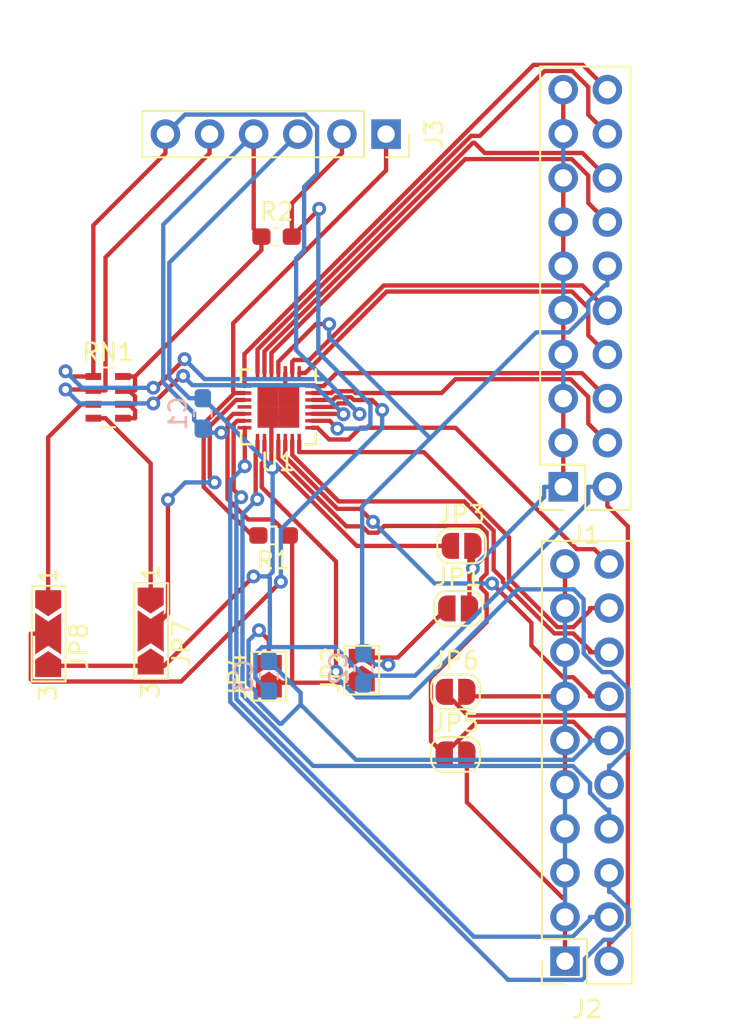
<source format=kicad_pcb>
(kicad_pcb (version 20171130) (host pcbnew 5.1.2-f72e74a~84~ubuntu18.04.1)

  (general
    (thickness 1.6)
    (drawings 0)
    (tracks 470)
    (zones 0)
    (modules 18)
    (nets 31)
  )

  (page A4)
  (layers
    (0 F.Cu signal)
    (31 B.Cu signal)
    (32 B.Adhes user)
    (33 F.Adhes user)
    (34 B.Paste user)
    (35 F.Paste user)
    (36 B.SilkS user)
    (37 F.SilkS user)
    (38 B.Mask user)
    (39 F.Mask user)
    (40 Dwgs.User user)
    (41 Cmts.User user)
    (42 Eco1.User user)
    (43 Eco2.User user)
    (44 Edge.Cuts user)
    (45 Margin user)
    (46 B.CrtYd user)
    (47 F.CrtYd user)
    (48 B.Fab user)
    (49 F.Fab user)
  )

  (setup
    (last_trace_width 0.25)
    (trace_clearance 0.1)
    (zone_clearance 0.508)
    (zone_45_only no)
    (trace_min 0.2)
    (via_size 0.8)
    (via_drill 0.4)
    (via_min_size 0.4)
    (via_min_drill 0.3)
    (uvia_size 0.3)
    (uvia_drill 0.1)
    (uvias_allowed no)
    (uvia_min_size 0.2)
    (uvia_min_drill 0.1)
    (edge_width 0.05)
    (segment_width 0.2)
    (pcb_text_width 0.3)
    (pcb_text_size 1.5 1.5)
    (mod_edge_width 0.12)
    (mod_text_size 1 1)
    (mod_text_width 0.15)
    (pad_size 1.524 1.524)
    (pad_drill 0.762)
    (pad_to_mask_clearance 0.051)
    (solder_mask_min_width 0.25)
    (aux_axis_origin 0 0)
    (visible_elements FFFFFF7F)
    (pcbplotparams
      (layerselection 0x010fc_ffffffff)
      (usegerberextensions false)
      (usegerberattributes false)
      (usegerberadvancedattributes false)
      (creategerberjobfile false)
      (excludeedgelayer true)
      (linewidth 0.100000)
      (plotframeref false)
      (viasonmask false)
      (mode 1)
      (useauxorigin false)
      (hpglpennumber 1)
      (hpglpenspeed 20)
      (hpglpendiameter 15.000000)
      (psnegative false)
      (psa4output false)
      (plotreference true)
      (plotvalue true)
      (plotinvisibletext false)
      (padsonsilk false)
      (subtractmaskfromsilk false)
      (outputformat 1)
      (mirror false)
      (drillshape 1)
      (scaleselection 1)
      (outputdirectory ""))
  )

  (net 0 "")
  (net 1 +3V3)
  (net 2 GND)
  (net 3 /VCC1)
  (net 4 /VCC2)
  (net 5 /7)
  (net 6 "Net-(J1-Pad1)")
  (net 7 /6)
  (net 8 /5)
  (net 9 /4)
  (net 10 /3)
  (net 11 /2)
  (net 12 /1)
  (net 13 /0)
  (net 14 /15)
  (net 15 "Net-(J2-Pad1)")
  (net 16 /14)
  (net 17 /13)
  (net 18 /12)
  (net 19 /11)
  (net 20 /10)
  (net 21 /9)
  (net 22 /8)
  (net 23 /ADDR1)
  (net 24 "Net-(JP7-Pad1)")
  (net 25 /ADDR0)
  (net 26 "Net-(JP8-Pad1)")
  (net 27 /INT)
  (net 28 /RESET)
  (net 29 /SCL)
  (net 30 /SDA)

  (net_class Default "This is the default net class."
    (clearance 0.1)
    (trace_width 0.25)
    (via_dia 0.8)
    (via_drill 0.4)
    (uvia_dia 0.3)
    (uvia_drill 0.1)
    (add_net +3V3)
    (add_net /0)
    (add_net /1)
    (add_net /10)
    (add_net /11)
    (add_net /12)
    (add_net /13)
    (add_net /14)
    (add_net /15)
    (add_net /2)
    (add_net /3)
    (add_net /4)
    (add_net /5)
    (add_net /6)
    (add_net /7)
    (add_net /8)
    (add_net /9)
    (add_net /ADDR0)
    (add_net /ADDR1)
    (add_net /INT)
    (add_net /RESET)
    (add_net /SCL)
    (add_net /SDA)
    (add_net /VCC1)
    (add_net /VCC2)
    (add_net GND)
    (add_net "Net-(J1-Pad1)")
    (add_net "Net-(J2-Pad1)")
    (add_net "Net-(JP7-Pad1)")
    (add_net "Net-(JP8-Pad1)")
  )

  (module Connector_PinSocket_2.54mm:PinSocket_1x06_P2.54mm_Vertical (layer F.Cu) (tedit 5A19A430) (tstamp 5D29BE00)
    (at 56.65 23.5 270)
    (descr "Through hole straight socket strip, 1x06, 2.54mm pitch, single row (from Kicad 4.0.7), script generated")
    (tags "Through hole socket strip THT 1x06 2.54mm single row")
    (path /5D30325F)
    (fp_text reference J3 (at 0 -2.77 90) (layer F.SilkS)
      (effects (font (size 1 1) (thickness 0.15)))
    )
    (fp_text value Conn_01x06_Female (at 0 15.47 90) (layer F.Fab)
      (effects (font (size 1 1) (thickness 0.15)))
    )
    (fp_text user %R (at 0 6.35) (layer F.Fab)
      (effects (font (size 1 1) (thickness 0.15)))
    )
    (fp_line (start -1.8 14.45) (end -1.8 -1.8) (layer F.CrtYd) (width 0.05))
    (fp_line (start 1.75 14.45) (end -1.8 14.45) (layer F.CrtYd) (width 0.05))
    (fp_line (start 1.75 -1.8) (end 1.75 14.45) (layer F.CrtYd) (width 0.05))
    (fp_line (start -1.8 -1.8) (end 1.75 -1.8) (layer F.CrtYd) (width 0.05))
    (fp_line (start 0 -1.33) (end 1.33 -1.33) (layer F.SilkS) (width 0.12))
    (fp_line (start 1.33 -1.33) (end 1.33 0) (layer F.SilkS) (width 0.12))
    (fp_line (start 1.33 1.27) (end 1.33 14.03) (layer F.SilkS) (width 0.12))
    (fp_line (start -1.33 14.03) (end 1.33 14.03) (layer F.SilkS) (width 0.12))
    (fp_line (start -1.33 1.27) (end -1.33 14.03) (layer F.SilkS) (width 0.12))
    (fp_line (start -1.33 1.27) (end 1.33 1.27) (layer F.SilkS) (width 0.12))
    (fp_line (start -1.27 13.97) (end -1.27 -1.27) (layer F.Fab) (width 0.1))
    (fp_line (start 1.27 13.97) (end -1.27 13.97) (layer F.Fab) (width 0.1))
    (fp_line (start 1.27 -0.635) (end 1.27 13.97) (layer F.Fab) (width 0.1))
    (fp_line (start 0.635 -1.27) (end 1.27 -0.635) (layer F.Fab) (width 0.1))
    (fp_line (start -1.27 -1.27) (end 0.635 -1.27) (layer F.Fab) (width 0.1))
    (pad 6 thru_hole oval (at 0 12.7 270) (size 1.7 1.7) (drill 1) (layers *.Cu *.Mask)
      (net 29 /SCL))
    (pad 5 thru_hole oval (at 0 10.16 270) (size 1.7 1.7) (drill 1) (layers *.Cu *.Mask)
      (net 30 /SDA))
    (pad 4 thru_hole oval (at 0 7.62 270) (size 1.7 1.7) (drill 1) (layers *.Cu *.Mask)
      (net 1 +3V3))
    (pad 3 thru_hole oval (at 0 5.08 270) (size 1.7 1.7) (drill 1) (layers *.Cu *.Mask)
      (net 2 GND))
    (pad 2 thru_hole oval (at 0 2.54 270) (size 1.7 1.7) (drill 1) (layers *.Cu *.Mask)
      (net 28 /RESET))
    (pad 1 thru_hole rect (at 0 0 270) (size 1.7 1.7) (drill 1) (layers *.Cu *.Mask)
      (net 27 /INT))
    (model ${KISYS3DMOD}/Connector_PinSocket_2.54mm.3dshapes/PinSocket_1x06_P2.54mm_Vertical.wrl
      (at (xyz 0 0 0))
      (scale (xyz 1 1 1))
      (rotate (xyz 0 0 0))
    )
  )

  (module footprint-lib:SX1509 (layer F.Cu) (tedit 5D295823) (tstamp 5D29CFEB)
    (at 50.45 39.2 270)
    (descr "28-Lead Plastic Quad Flat, No Lead Package (MK) - 4x4x0.9 mm Body [QFN]; (see Microchip Packaging Specification 00000049BS.pdf)")
    (tags "QFN 0.4")
    (path /5D29A623)
    (clearance 0.1)
    (attr smd)
    (fp_text reference U1 (at 3.175 0.0285) (layer F.SilkS)
      (effects (font (size 1 1) (thickness 0.15)))
    )
    (fp_text value SX1509 (at 0 3.35 90) (layer F.Fab)
      (effects (font (size 1 1) (thickness 0.15)))
    )
    (fp_line (start -1 -2) (end 2 -2) (layer F.Fab) (width 0.15))
    (fp_line (start 2 -2) (end 2 2) (layer F.Fab) (width 0.15))
    (fp_line (start 2 2) (end -2 2) (layer F.Fab) (width 0.15))
    (fp_line (start -2 2) (end -2 -1) (layer F.Fab) (width 0.15))
    (fp_line (start -2 -1) (end -1 -2) (layer F.Fab) (width 0.15))
    (fp_line (start -2.6 -2.6) (end -2.6 2.6) (layer F.CrtYd) (width 0.05))
    (fp_line (start 2.6 -2.6) (end 2.6 2.6) (layer F.CrtYd) (width 0.05))
    (fp_line (start -2.6 -2.6) (end 2.6 -2.6) (layer F.CrtYd) (width 0.05))
    (fp_line (start -2.6 2.6) (end 2.6 2.6) (layer F.CrtYd) (width 0.05))
    (fp_line (start 2.15 -2.15) (end 2.15 -1.525) (layer F.SilkS) (width 0.15))
    (fp_line (start -2.15 2.15) (end -2.15 1.525) (layer F.SilkS) (width 0.15))
    (fp_line (start 2.15 2.15) (end 2.15 1.525) (layer F.SilkS) (width 0.15))
    (fp_line (start -2.15 -2.15) (end -1.525 -2.15) (layer F.SilkS) (width 0.15))
    (fp_line (start -2.15 2.15) (end -1.525 2.15) (layer F.SilkS) (width 0.15))
    (fp_line (start 2.15 2.15) (end 1.525 2.15) (layer F.SilkS) (width 0.15))
    (fp_line (start 2.15 -2.15) (end 1.525 -2.15) (layer F.SilkS) (width 0.15))
    (pad 1 smd rect (at -1.95 -1.2 270) (size 0.8 0.2) (layers F.Cu F.Paste F.Mask)
      (net 11 /2))
    (pad 2 smd rect (at -1.95 -0.8 270) (size 0.8 0.2) (layers F.Cu F.Paste F.Mask)
      (net 10 /3))
    (pad 3 smd rect (at -1.95 -0.4 270) (size 0.8 0.2) (layers F.Cu F.Paste F.Mask)
      (net 2 GND))
    (pad 4 smd rect (at -1.95 0 270) (size 0.8 0.2) (layers F.Cu F.Paste F.Mask)
      (net 3 /VCC1))
    (pad 5 smd rect (at -1.95 0.4 270) (size 0.8 0.2) (layers F.Cu F.Paste F.Mask)
      (net 9 /4))
    (pad 6 smd rect (at -1.95 0.8 270) (size 0.8 0.2) (layers F.Cu F.Paste F.Mask)
      (net 8 /5))
    (pad 7 smd rect (at -1.95 1.2 270) (size 0.8 0.2) (layers F.Cu F.Paste F.Mask)
      (net 7 /6))
    (pad 8 smd rect (at -1.2 1.95) (size 0.8 0.2) (layers F.Cu F.Paste F.Mask)
      (net 5 /7))
    (pad 9 smd rect (at -0.8 1.95) (size 0.8 0.2) (layers F.Cu F.Paste F.Mask)
      (net 27 /INT))
    (pad 10 smd rect (at -0.4 1.95) (size 0.8 0.2) (layers F.Cu F.Paste F.Mask)
      (net 23 /ADDR1))
    (pad 11 smd rect (at 0 1.95) (size 0.8 0.2) (layers F.Cu F.Paste F.Mask))
    (pad 12 smd rect (at 0.4 1.95) (size 0.8 0.2) (layers F.Cu F.Paste F.Mask)
      (net 1 +3V3))
    (pad 13 smd rect (at 0.8 1.95) (size 0.8 0.2) (layers F.Cu F.Paste F.Mask)
      (net 22 /8))
    (pad 14 smd rect (at 1.2 1.95) (size 0.8 0.2) (layers F.Cu F.Paste F.Mask)
      (net 21 /9))
    (pad 15 smd rect (at 1.95 1.2 270) (size 0.8 0.2) (layers F.Cu F.Paste F.Mask)
      (net 20 /10))
    (pad 16 smd rect (at 1.95 0.8 270) (size 0.8 0.2) (layers F.Cu F.Paste F.Mask)
      (net 19 /11))
    (pad 17 smd rect (at 1.95 0.4 270) (size 0.8 0.2) (layers F.Cu F.Paste F.Mask)
      (net 2 GND))
    (pad 18 smd rect (at 1.95 0 270) (size 0.8 0.2) (layers F.Cu F.Paste F.Mask)
      (net 4 /VCC2))
    (pad 19 smd rect (at 1.95 -0.4 270) (size 0.8 0.2) (layers F.Cu F.Paste F.Mask)
      (net 18 /12))
    (pad 20 smd rect (at 1.95 -0.8 270) (size 0.8 0.2) (layers F.Cu F.Paste F.Mask)
      (net 17 /13))
    (pad 21 smd rect (at 1.95 -1.2 270) (size 0.8 0.2) (layers F.Cu F.Paste F.Mask)
      (net 16 /14))
    (pad 22 smd rect (at 1.2 -1.95) (size 0.8 0.2) (layers F.Cu F.Paste F.Mask)
      (net 14 /15))
    (pad 23 smd rect (at 0.8 -1.95) (size 0.8 0.2) (layers F.Cu F.Paste F.Mask)
      (net 28 /RESET))
    (pad 24 smd rect (at 0.4 -1.95) (size 0.8 0.2) (layers F.Cu F.Paste F.Mask)
      (net 30 /SDA))
    (pad 25 smd rect (at 0 -1.95) (size 0.8 0.2) (layers F.Cu F.Paste F.Mask)
      (net 29 /SCL))
    (pad 26 smd rect (at -0.4 -1.95) (size 0.8 0.2) (layers F.Cu F.Paste F.Mask)
      (net 25 /ADDR0))
    (pad 27 smd rect (at -0.8 -1.95) (size 0.8 0.2) (layers F.Cu F.Paste F.Mask)
      (net 13 /0))
    (pad 28 smd rect (at -1.2 -1.95) (size 0.8 0.2) (layers F.Cu F.Paste F.Mask)
      (net 12 /1))
    (pad 29 smd rect (at 0.6 0.6 270) (size 1.2 1.2) (layers F.Cu F.Paste F.Mask)
      (net 2 GND) (solder_paste_margin_ratio -0.2))
    (pad 29 smd rect (at 0.6 -0.6 270) (size 1.2 1.2) (layers F.Cu F.Paste F.Mask)
      (net 2 GND) (solder_paste_margin_ratio -0.2))
    (pad 29 smd rect (at -0.6 0.6 270) (size 1.2 1.2) (layers F.Cu F.Paste F.Mask)
      (net 2 GND) (solder_paste_margin_ratio -0.2))
    (pad 29 smd rect (at -0.6 -0.6 270) (size 1.2 1.2) (layers F.Cu F.Paste F.Mask)
      (net 2 GND) (solder_paste_margin_ratio -0.2))
    (model ${KISYS3DMOD}/Package_DFN_QFN.3dshapes/QFN-28-1EP_4x4mm_P0.4mm_EP2.4x2.4mm.step
      (at (xyz 0 0 0))
      (scale (xyz 1 1 1))
      (rotate (xyz 0 0 0))
    )
  )

  (module Resistor_SMD:R_Array_Concave_4x0603 (layer F.Cu) (tedit 58E0A85E) (tstamp 5D29B727)
    (at 40.65 38.65)
    (descr "Thick Film Chip Resistor Array, Wave soldering, Vishay CRA06P (see cra06p.pdf)")
    (tags "resistor array")
    (path /5D2BBCC9)
    (attr smd)
    (fp_text reference RN1 (at 0 -2.6) (layer F.SilkS)
      (effects (font (size 1 1) (thickness 0.15)))
    )
    (fp_text value RN_102,0603 (at 0 2.6) (layer F.Fab)
      (effects (font (size 1 1) (thickness 0.15)))
    )
    (fp_line (start 1.55 1.87) (end -1.55 1.87) (layer F.CrtYd) (width 0.05))
    (fp_line (start 1.55 1.87) (end 1.55 -1.88) (layer F.CrtYd) (width 0.05))
    (fp_line (start -1.55 -1.88) (end -1.55 1.87) (layer F.CrtYd) (width 0.05))
    (fp_line (start -1.55 -1.88) (end 1.55 -1.88) (layer F.CrtYd) (width 0.05))
    (fp_line (start 0.4 -1.72) (end -0.4 -1.72) (layer F.SilkS) (width 0.12))
    (fp_line (start 0.4 1.72) (end -0.4 1.72) (layer F.SilkS) (width 0.12))
    (fp_line (start -0.8 1.6) (end -0.8 -1.6) (layer F.Fab) (width 0.1))
    (fp_line (start 0.8 1.6) (end -0.8 1.6) (layer F.Fab) (width 0.1))
    (fp_line (start 0.8 -1.6) (end 0.8 1.6) (layer F.Fab) (width 0.1))
    (fp_line (start -0.8 -1.6) (end 0.8 -1.6) (layer F.Fab) (width 0.1))
    (fp_text user %R (at 0 0 90) (layer F.Fab)
      (effects (font (size 0.5 0.5) (thickness 0.075)))
    )
    (pad 5 smd rect (at 0.85 1.2) (size 0.9 0.4) (layers F.Cu F.Paste F.Mask)
      (net 1 +3V3))
    (pad 6 smd rect (at 0.85 0.4) (size 0.9 0.4) (layers F.Cu F.Paste F.Mask)
      (net 1 +3V3))
    (pad 7 smd rect (at 0.85 -0.4) (size 0.9 0.4) (layers F.Cu F.Paste F.Mask)
      (net 1 +3V3))
    (pad 8 smd rect (at 0.85 -1.2) (size 0.9 0.4) (layers F.Cu F.Paste F.Mask)
      (net 1 +3V3))
    (pad 4 smd rect (at -0.85 1.2) (size 0.9 0.4) (layers F.Cu F.Paste F.Mask)
      (net 24 "Net-(JP7-Pad1)"))
    (pad 1 smd rect (at -0.85 -1.2) (size 0.9 0.4) (layers F.Cu F.Paste F.Mask)
      (net 29 /SCL))
    (pad 3 smd rect (at -0.85 0.4) (size 0.9 0.4) (layers F.Cu F.Paste F.Mask)
      (net 26 "Net-(JP8-Pad1)"))
    (pad 2 smd rect (at -0.85 -0.4) (size 0.9 0.4) (layers F.Cu F.Paste F.Mask)
      (net 30 /SDA))
    (model ${KISYS3DMOD}/Resistor_SMD.3dshapes/R_Array_Concave_4x0603.wrl
      (at (xyz 0 0 0))
      (scale (xyz 1 1 1))
      (rotate (xyz 0 0 0))
    )
  )

  (module Resistor_SMD:R_0603_1608Metric_Pad1.05x0.95mm_HandSolder (layer F.Cu) (tedit 5B301BBD) (tstamp 5D29B53E)
    (at 50.35 29.4)
    (descr "Resistor SMD 0603 (1608 Metric), square (rectangular) end terminal, IPC_7351 nominal with elongated pad for handsoldering. (Body size source: http://www.tortai-tech.com/upload/download/2011102023233369053.pdf), generated with kicad-footprint-generator")
    (tags "resistor handsolder")
    (path /5D2A2212)
    (attr smd)
    (fp_text reference R2 (at 0 -1.43) (layer F.SilkS)
      (effects (font (size 1 1) (thickness 0.15)))
    )
    (fp_text value R103,0603 (at 0 1.43) (layer F.Fab)
      (effects (font (size 1 1) (thickness 0.15)))
    )
    (fp_text user %R (at 0 0) (layer F.Fab)
      (effects (font (size 0.4 0.4) (thickness 0.06)))
    )
    (fp_line (start 1.65 0.73) (end -1.65 0.73) (layer F.CrtYd) (width 0.05))
    (fp_line (start 1.65 -0.73) (end 1.65 0.73) (layer F.CrtYd) (width 0.05))
    (fp_line (start -1.65 -0.73) (end 1.65 -0.73) (layer F.CrtYd) (width 0.05))
    (fp_line (start -1.65 0.73) (end -1.65 -0.73) (layer F.CrtYd) (width 0.05))
    (fp_line (start -0.171267 0.51) (end 0.171267 0.51) (layer F.SilkS) (width 0.12))
    (fp_line (start -0.171267 -0.51) (end 0.171267 -0.51) (layer F.SilkS) (width 0.12))
    (fp_line (start 0.8 0.4) (end -0.8 0.4) (layer F.Fab) (width 0.1))
    (fp_line (start 0.8 -0.4) (end 0.8 0.4) (layer F.Fab) (width 0.1))
    (fp_line (start -0.8 -0.4) (end 0.8 -0.4) (layer F.Fab) (width 0.1))
    (fp_line (start -0.8 0.4) (end -0.8 -0.4) (layer F.Fab) (width 0.1))
    (pad 2 smd roundrect (at 0.875 0) (size 1.05 0.95) (layers F.Cu F.Paste F.Mask) (roundrect_rratio 0.25)
      (net 28 /RESET))
    (pad 1 smd roundrect (at -0.875 0) (size 1.05 0.95) (layers F.Cu F.Paste F.Mask) (roundrect_rratio 0.25)
      (net 1 +3V3))
    (model ${KISYS3DMOD}/Resistor_SMD.3dshapes/R_0603_1608Metric.wrl
      (at (xyz 0 0 0))
      (scale (xyz 1 1 1))
      (rotate (xyz 0 0 0))
    )
  )

  (module Resistor_SMD:R_0603_1608Metric_Pad1.05x0.95mm_HandSolder (layer F.Cu) (tedit 5B301BBD) (tstamp 5D29B8BC)
    (at 50.175 46.6 180)
    (descr "Resistor SMD 0603 (1608 Metric), square (rectangular) end terminal, IPC_7351 nominal with elongated pad for handsoldering. (Body size source: http://www.tortai-tech.com/upload/download/2011102023233369053.pdf), generated with kicad-footprint-generator")
    (tags "resistor handsolder")
    (path /5D2A3396)
    (attr smd)
    (fp_text reference R1 (at 0 -1.43) (layer F.SilkS)
      (effects (font (size 1 1) (thickness 0.15)))
    )
    (fp_text value R103,0603 (at 0 1.43) (layer F.Fab)
      (effects (font (size 1 1) (thickness 0.15)))
    )
    (fp_text user %R (at 0 0) (layer F.Fab)
      (effects (font (size 0.4 0.4) (thickness 0.06)))
    )
    (fp_line (start 1.65 0.73) (end -1.65 0.73) (layer F.CrtYd) (width 0.05))
    (fp_line (start 1.65 -0.73) (end 1.65 0.73) (layer F.CrtYd) (width 0.05))
    (fp_line (start -1.65 -0.73) (end 1.65 -0.73) (layer F.CrtYd) (width 0.05))
    (fp_line (start -1.65 0.73) (end -1.65 -0.73) (layer F.CrtYd) (width 0.05))
    (fp_line (start -0.171267 0.51) (end 0.171267 0.51) (layer F.SilkS) (width 0.12))
    (fp_line (start -0.171267 -0.51) (end 0.171267 -0.51) (layer F.SilkS) (width 0.12))
    (fp_line (start 0.8 0.4) (end -0.8 0.4) (layer F.Fab) (width 0.1))
    (fp_line (start 0.8 -0.4) (end 0.8 0.4) (layer F.Fab) (width 0.1))
    (fp_line (start -0.8 -0.4) (end 0.8 -0.4) (layer F.Fab) (width 0.1))
    (fp_line (start -0.8 0.4) (end -0.8 -0.4) (layer F.Fab) (width 0.1))
    (pad 2 smd roundrect (at 0.875 0 180) (size 1.05 0.95) (layers F.Cu F.Paste F.Mask) (roundrect_rratio 0.25)
      (net 27 /INT))
    (pad 1 smd roundrect (at -0.875 0 180) (size 1.05 0.95) (layers F.Cu F.Paste F.Mask) (roundrect_rratio 0.25)
      (net 1 +3V3))
    (model ${KISYS3DMOD}/Resistor_SMD.3dshapes/R_0603_1608Metric.wrl
      (at (xyz 0 0 0))
      (scale (xyz 1 1 1))
      (rotate (xyz 0 0 0))
    )
  )

  (module Jumper:SolderJumper-3_P2.0mm_Open_TrianglePad1.0x1.5mm_NumberLabels (layer F.Cu) (tedit 5A6480B6) (tstamp 5D29C334)
    (at 37.2 52.25 270)
    (descr "SMD Solder Jumper, 1x1.5mm Triangular Pads, 0.3mm gap, open, labeled with numbers")
    (tags "solder jumper open")
    (path /5D2C5173)
    (attr virtual)
    (fp_text reference JP8 (at 0.725 -1.775 90) (layer F.SilkS)
      (effects (font (size 1 1) (thickness 0.15)))
    )
    (fp_text value ADDR0 (at 0.725 1.925 90) (layer F.Fab)
      (effects (font (size 1 1) (thickness 0.15)))
    )
    (fp_line (start 3 1.25) (end -2.98 1.25) (layer F.CrtYd) (width 0.05))
    (fp_line (start 3 1.25) (end 3 -1.27) (layer F.CrtYd) (width 0.05))
    (fp_line (start -2.98 -1.27) (end -2.98 1.25) (layer F.CrtYd) (width 0.05))
    (fp_line (start -2.98 -1.27) (end 3 -1.27) (layer F.CrtYd) (width 0.05))
    (fp_line (start -2.75 -1) (end 2.75 -1) (layer F.SilkS) (width 0.12))
    (fp_line (start 2.75 -1) (end 2.75 0.95) (layer F.SilkS) (width 0.12))
    (fp_line (start 2.75 0.95) (end -2.75 0.95) (layer F.SilkS) (width 0.12))
    (fp_line (start -2.75 0.95) (end -2.75 -1) (layer F.SilkS) (width 0.12))
    (fp_text user 1 (at -3.35 0 90) (layer F.SilkS)
      (effects (font (size 1 1) (thickness 0.15)))
    )
    (fp_text user 3 (at 3.4 0 90) (layer F.SilkS)
      (effects (font (size 1 1) (thickness 0.15)))
    )
    (pad 3 smd custom (at 2 0 90) (size 0.3 0.3) (layers F.Cu F.Mask)
      (net 2 GND) (zone_connect 2)
      (options (clearance outline) (anchor rect))
      (primitives
        (gr_poly (pts
           (xy -0.5 -0.75) (xy 0.5 -0.75) (xy 1 0) (xy 0.5 0.75) (xy -0.5 0.75)
) (width 0))
      ))
    (pad 2 smd custom (at 0 0 270) (size 0.3 0.3) (layers F.Cu)
      (net 25 /ADDR0) (zone_connect 2)
      (options (clearance outline) (anchor rect))
      (primitives
        (gr_poly (pts
           (xy -1.2 -0.75) (xy 1.2 -0.75) (xy 0.7 0) (xy 1.2 0.75) (xy -1.2 0.75)
           (xy -0.7 0)) (width 0))
      ))
    (pad 1 smd custom (at -2 0 270) (size 0.3 0.3) (layers F.Cu F.Mask)
      (net 26 "Net-(JP8-Pad1)") (zone_connect 2)
      (options (clearance outline) (anchor rect))
      (primitives
        (gr_poly (pts
           (xy -0.5 -0.75) (xy 0.5 -0.75) (xy 1 0) (xy 0.5 0.75) (xy -0.5 0.75)
) (width 0))
      ))
    (pad "" smd rect (at -1.2 0 270) (size 1.5 1.5) (layers F.Mask))
    (pad "" smd rect (at 1.2 0 270) (size 1.5 1.5) (layers F.Mask))
  )

  (module Jumper:SolderJumper-3_P2.0mm_Open_TrianglePad1.0x1.5mm_NumberLabels (layer F.Cu) (tedit 5A6480B6) (tstamp 5D29B4A7)
    (at 43.1 52.1 270)
    (descr "SMD Solder Jumper, 1x1.5mm Triangular Pads, 0.3mm gap, open, labeled with numbers")
    (tags "solder jumper open")
    (path /5D2C675E)
    (attr virtual)
    (fp_text reference JP7 (at 0.725 -1.775 90) (layer F.SilkS)
      (effects (font (size 1 1) (thickness 0.15)))
    )
    (fp_text value ADDR1 (at 0.725 1.925 90) (layer F.Fab)
      (effects (font (size 1 1) (thickness 0.15)))
    )
    (fp_line (start 3 1.25) (end -2.98 1.25) (layer F.CrtYd) (width 0.05))
    (fp_line (start 3 1.25) (end 3 -1.27) (layer F.CrtYd) (width 0.05))
    (fp_line (start -2.98 -1.27) (end -2.98 1.25) (layer F.CrtYd) (width 0.05))
    (fp_line (start -2.98 -1.27) (end 3 -1.27) (layer F.CrtYd) (width 0.05))
    (fp_line (start -2.75 -1) (end 2.75 -1) (layer F.SilkS) (width 0.12))
    (fp_line (start 2.75 -1) (end 2.75 0.95) (layer F.SilkS) (width 0.12))
    (fp_line (start 2.75 0.95) (end -2.75 0.95) (layer F.SilkS) (width 0.12))
    (fp_line (start -2.75 0.95) (end -2.75 -1) (layer F.SilkS) (width 0.12))
    (fp_text user 1 (at -3.35 0 90) (layer F.SilkS)
      (effects (font (size 1 1) (thickness 0.15)))
    )
    (fp_text user 3 (at 3.4 0 90) (layer F.SilkS)
      (effects (font (size 1 1) (thickness 0.15)))
    )
    (pad 3 smd custom (at 2 0 90) (size 0.3 0.3) (layers F.Cu F.Mask)
      (net 2 GND) (zone_connect 2)
      (options (clearance outline) (anchor rect))
      (primitives
        (gr_poly (pts
           (xy -0.5 -0.75) (xy 0.5 -0.75) (xy 1 0) (xy 0.5 0.75) (xy -0.5 0.75)
) (width 0))
      ))
    (pad 2 smd custom (at 0 0 270) (size 0.3 0.3) (layers F.Cu)
      (net 23 /ADDR1) (zone_connect 2)
      (options (clearance outline) (anchor rect))
      (primitives
        (gr_poly (pts
           (xy -1.2 -0.75) (xy 1.2 -0.75) (xy 0.7 0) (xy 1.2 0.75) (xy -1.2 0.75)
           (xy -0.7 0)) (width 0))
      ))
    (pad 1 smd custom (at -2 0 270) (size 0.3 0.3) (layers F.Cu F.Mask)
      (net 24 "Net-(JP7-Pad1)") (zone_connect 2)
      (options (clearance outline) (anchor rect))
      (primitives
        (gr_poly (pts
           (xy -0.5 -0.75) (xy 0.5 -0.75) (xy 1 0) (xy 0.5 0.75) (xy -0.5 0.75)
) (width 0))
      ))
    (pad "" smd rect (at -1.2 0 270) (size 1.5 1.5) (layers F.Mask))
    (pad "" smd rect (at 1.2 0 270) (size 1.5 1.5) (layers F.Mask))
  )

  (module Jumper:SolderJumper-2_P1.3mm_Open_RoundedPad1.0x1.5mm (layer F.Cu) (tedit 5B391E66) (tstamp 5D29B88A)
    (at 60.65 55.6)
    (descr "SMD Solder Jumper, 1x1.5mm, rounded Pads, 0.3mm gap, open")
    (tags "solder jumper open")
    (path /5D2F1CDA)
    (attr virtual)
    (fp_text reference JP6 (at 0 -1.8) (layer F.SilkS)
      (effects (font (size 1 1) (thickness 0.15)))
    )
    (fp_text value GND2 (at 0 1.9) (layer F.Fab)
      (effects (font (size 1 1) (thickness 0.15)))
    )
    (fp_line (start 1.65 1.25) (end -1.65 1.25) (layer F.CrtYd) (width 0.05))
    (fp_line (start 1.65 1.25) (end 1.65 -1.25) (layer F.CrtYd) (width 0.05))
    (fp_line (start -1.65 -1.25) (end -1.65 1.25) (layer F.CrtYd) (width 0.05))
    (fp_line (start -1.65 -1.25) (end 1.65 -1.25) (layer F.CrtYd) (width 0.05))
    (fp_line (start -0.7 -1) (end 0.7 -1) (layer F.SilkS) (width 0.12))
    (fp_line (start 1.4 -0.3) (end 1.4 0.3) (layer F.SilkS) (width 0.12))
    (fp_line (start 0.7 1) (end -0.7 1) (layer F.SilkS) (width 0.12))
    (fp_line (start -1.4 0.3) (end -1.4 -0.3) (layer F.SilkS) (width 0.12))
    (fp_arc (start -0.7 -0.3) (end -0.7 -1) (angle -90) (layer F.SilkS) (width 0.12))
    (fp_arc (start -0.7 0.3) (end -1.4 0.3) (angle -90) (layer F.SilkS) (width 0.12))
    (fp_arc (start 0.7 0.3) (end 0.7 1) (angle -90) (layer F.SilkS) (width 0.12))
    (fp_arc (start 0.7 -0.3) (end 1.4 -0.3) (angle -90) (layer F.SilkS) (width 0.12))
    (pad 2 smd custom (at 0.65 0) (size 1 0.5) (layers F.Cu F.Mask)
      (net 15 "Net-(J2-Pad1)") (zone_connect 2)
      (options (clearance outline) (anchor rect))
      (primitives
        (gr_circle (center 0 0.25) (end 0.5 0.25) (width 0))
        (gr_circle (center 0 -0.25) (end 0.5 -0.25) (width 0))
        (gr_poly (pts
           (xy 0 -0.75) (xy -0.5 -0.75) (xy -0.5 0.75) (xy 0 0.75)) (width 0))
      ))
    (pad 1 smd custom (at -0.65 0) (size 1 0.5) (layers F.Cu F.Mask)
      (net 2 GND) (zone_connect 2)
      (options (clearance outline) (anchor rect))
      (primitives
        (gr_circle (center 0 0.25) (end 0.5 0.25) (width 0))
        (gr_circle (center 0 -0.25) (end 0.5 -0.25) (width 0))
        (gr_poly (pts
           (xy 0 -0.75) (xy 0.5 -0.75) (xy 0.5 0.75) (xy 0 0.75)) (width 0))
      ))
  )

  (module Jumper:SolderJumper-2_P1.3mm_Open_RoundedPad1.0x1.5mm (layer F.Cu) (tedit 5B391E66) (tstamp 5D29B50C)
    (at 60.65 59.2)
    (descr "SMD Solder Jumper, 1x1.5mm, rounded Pads, 0.3mm gap, open")
    (tags "solder jumper open")
    (path /5D2F1CC0)
    (attr virtual)
    (fp_text reference JP5 (at 0 -1.8) (layer F.SilkS)
      (effects (font (size 1 1) (thickness 0.15)))
    )
    (fp_text value VCC2 (at 0 1.9) (layer F.Fab)
      (effects (font (size 1 1) (thickness 0.15)))
    )
    (fp_line (start 1.65 1.25) (end -1.65 1.25) (layer F.CrtYd) (width 0.05))
    (fp_line (start 1.65 1.25) (end 1.65 -1.25) (layer F.CrtYd) (width 0.05))
    (fp_line (start -1.65 -1.25) (end -1.65 1.25) (layer F.CrtYd) (width 0.05))
    (fp_line (start -1.65 -1.25) (end 1.65 -1.25) (layer F.CrtYd) (width 0.05))
    (fp_line (start -0.7 -1) (end 0.7 -1) (layer F.SilkS) (width 0.12))
    (fp_line (start 1.4 -0.3) (end 1.4 0.3) (layer F.SilkS) (width 0.12))
    (fp_line (start 0.7 1) (end -0.7 1) (layer F.SilkS) (width 0.12))
    (fp_line (start -1.4 0.3) (end -1.4 -0.3) (layer F.SilkS) (width 0.12))
    (fp_arc (start -0.7 -0.3) (end -0.7 -1) (angle -90) (layer F.SilkS) (width 0.12))
    (fp_arc (start -0.7 0.3) (end -1.4 0.3) (angle -90) (layer F.SilkS) (width 0.12))
    (fp_arc (start 0.7 0.3) (end 0.7 1) (angle -90) (layer F.SilkS) (width 0.12))
    (fp_arc (start 0.7 -0.3) (end 1.4 -0.3) (angle -90) (layer F.SilkS) (width 0.12))
    (pad 2 smd custom (at 0.65 0) (size 1 0.5) (layers F.Cu F.Mask)
      (net 15 "Net-(J2-Pad1)") (zone_connect 2)
      (options (clearance outline) (anchor rect))
      (primitives
        (gr_circle (center 0 0.25) (end 0.5 0.25) (width 0))
        (gr_circle (center 0 -0.25) (end 0.5 -0.25) (width 0))
        (gr_poly (pts
           (xy 0 -0.75) (xy -0.5 -0.75) (xy -0.5 0.75) (xy 0 0.75)) (width 0))
      ))
    (pad 1 smd custom (at -0.65 0) (size 1 0.5) (layers F.Cu F.Mask)
      (net 4 /VCC2) (zone_connect 2)
      (options (clearance outline) (anchor rect))
      (primitives
        (gr_circle (center 0 0.25) (end 0.5 0.25) (width 0))
        (gr_circle (center 0 -0.25) (end 0.5 -0.25) (width 0))
        (gr_poly (pts
           (xy 0 -0.75) (xy 0.5 -0.75) (xy 0.5 0.75) (xy 0 0.75)) (width 0))
      ))
  )

  (module Jumper:SolderJumper-2_P1.3mm_Open_TrianglePad1.0x1.5mm (layer F.Cu) (tedit 5A64794F) (tstamp 5D29B7C6)
    (at 49.9 54.7 90)
    (descr "SMD Solder Jumper, 1x1.5mm Triangular Pads, 0.3mm gap, open")
    (tags "solder jumper open")
    (path /5D2AE82F)
    (attr virtual)
    (fp_text reference JP4 (at 0 -1.8 90) (layer F.SilkS)
      (effects (font (size 1 1) (thickness 0.15)))
    )
    (fp_text value VCC2 (at 0 1.9 90) (layer F.Fab)
      (effects (font (size 1 1) (thickness 0.15)))
    )
    (fp_line (start 1.65 1.25) (end -1.65 1.25) (layer F.CrtYd) (width 0.05))
    (fp_line (start 1.65 1.25) (end 1.65 -1.25) (layer F.CrtYd) (width 0.05))
    (fp_line (start -1.65 -1.25) (end -1.65 1.25) (layer F.CrtYd) (width 0.05))
    (fp_line (start -1.65 -1.25) (end 1.65 -1.25) (layer F.CrtYd) (width 0.05))
    (fp_line (start -1.4 -1) (end 1.4 -1) (layer F.SilkS) (width 0.12))
    (fp_line (start 1.4 -1) (end 1.4 1) (layer F.SilkS) (width 0.12))
    (fp_line (start 1.4 1) (end -1.4 1) (layer F.SilkS) (width 0.12))
    (fp_line (start -1.4 1) (end -1.4 -1) (layer F.SilkS) (width 0.12))
    (pad 1 smd custom (at -0.725 0 90) (size 0.3 0.3) (layers F.Cu F.Mask)
      (net 1 +3V3) (zone_connect 2)
      (options (clearance outline) (anchor rect))
      (primitives
        (gr_poly (pts
           (xy -0.5 -0.75) (xy 0.5 -0.75) (xy 1 0) (xy 0.5 0.75) (xy -0.5 0.75)
) (width 0))
      ))
    (pad 2 smd custom (at 0.725 0 90) (size 0.3 0.3) (layers F.Cu F.Mask)
      (net 4 /VCC2) (zone_connect 2)
      (options (clearance outline) (anchor rect))
      (primitives
        (gr_poly (pts
           (xy -0.65 -0.75) (xy 0.5 -0.75) (xy 0.5 0.75) (xy -0.65 0.75) (xy -0.15 0)
) (width 0))
      ))
  )

  (module Jumper:SolderJumper-2_P1.3mm_Open_RoundedPad1.0x1.5mm (layer F.Cu) (tedit 5B391E66) (tstamp 5D29B6BC)
    (at 61 47.2)
    (descr "SMD Solder Jumper, 1x1.5mm, rounded Pads, 0.3mm gap, open")
    (tags "solder jumper open")
    (path /5D2E8A4D)
    (attr virtual)
    (fp_text reference JP3 (at 0 -1.8) (layer F.SilkS)
      (effects (font (size 1 1) (thickness 0.15)))
    )
    (fp_text value GND1 (at 0 1.9) (layer F.Fab)
      (effects (font (size 1 1) (thickness 0.15)))
    )
    (fp_line (start 1.65 1.25) (end -1.65 1.25) (layer F.CrtYd) (width 0.05))
    (fp_line (start 1.65 1.25) (end 1.65 -1.25) (layer F.CrtYd) (width 0.05))
    (fp_line (start -1.65 -1.25) (end -1.65 1.25) (layer F.CrtYd) (width 0.05))
    (fp_line (start -1.65 -1.25) (end 1.65 -1.25) (layer F.CrtYd) (width 0.05))
    (fp_line (start -0.7 -1) (end 0.7 -1) (layer F.SilkS) (width 0.12))
    (fp_line (start 1.4 -0.3) (end 1.4 0.3) (layer F.SilkS) (width 0.12))
    (fp_line (start 0.7 1) (end -0.7 1) (layer F.SilkS) (width 0.12))
    (fp_line (start -1.4 0.3) (end -1.4 -0.3) (layer F.SilkS) (width 0.12))
    (fp_arc (start -0.7 -0.3) (end -0.7 -1) (angle -90) (layer F.SilkS) (width 0.12))
    (fp_arc (start -0.7 0.3) (end -1.4 0.3) (angle -90) (layer F.SilkS) (width 0.12))
    (fp_arc (start 0.7 0.3) (end 0.7 1) (angle -90) (layer F.SilkS) (width 0.12))
    (fp_arc (start 0.7 -0.3) (end 1.4 -0.3) (angle -90) (layer F.SilkS) (width 0.12))
    (pad 2 smd custom (at 0.65 0) (size 1 0.5) (layers F.Cu F.Mask)
      (net 6 "Net-(J1-Pad1)") (zone_connect 2)
      (options (clearance outline) (anchor rect))
      (primitives
        (gr_circle (center 0 0.25) (end 0.5 0.25) (width 0))
        (gr_circle (center 0 -0.25) (end 0.5 -0.25) (width 0))
        (gr_poly (pts
           (xy 0 -0.75) (xy -0.5 -0.75) (xy -0.5 0.75) (xy 0 0.75)) (width 0))
      ))
    (pad 1 smd custom (at -0.65 0) (size 1 0.5) (layers F.Cu F.Mask)
      (net 2 GND) (zone_connect 2)
      (options (clearance outline) (anchor rect))
      (primitives
        (gr_circle (center 0 0.25) (end 0.5 0.25) (width 0))
        (gr_circle (center 0 -0.25) (end 0.5 -0.25) (width 0))
        (gr_poly (pts
           (xy 0 -0.75) (xy 0.5 -0.75) (xy 0.5 0.75) (xy 0 0.75)) (width 0))
      ))
  )

  (module Jumper:SolderJumper-2_P1.3mm_Open_TrianglePad1.0x1.5mm (layer F.Cu) (tedit 5A64794F) (tstamp 5D29B56B)
    (at 55.25 54.35 90)
    (descr "SMD Solder Jumper, 1x1.5mm Triangular Pads, 0.3mm gap, open")
    (tags "solder jumper open")
    (path /5D2B4A5A)
    (attr virtual)
    (fp_text reference JP2 (at 0 -1.8 90) (layer F.SilkS)
      (effects (font (size 1 1) (thickness 0.15)))
    )
    (fp_text value VCC1 (at 0 1.9 90) (layer F.Fab)
      (effects (font (size 1 1) (thickness 0.15)))
    )
    (fp_line (start 1.65 1.25) (end -1.65 1.25) (layer F.CrtYd) (width 0.05))
    (fp_line (start 1.65 1.25) (end 1.65 -1.25) (layer F.CrtYd) (width 0.05))
    (fp_line (start -1.65 -1.25) (end -1.65 1.25) (layer F.CrtYd) (width 0.05))
    (fp_line (start -1.65 -1.25) (end 1.65 -1.25) (layer F.CrtYd) (width 0.05))
    (fp_line (start -1.4 -1) (end 1.4 -1) (layer F.SilkS) (width 0.12))
    (fp_line (start 1.4 -1) (end 1.4 1) (layer F.SilkS) (width 0.12))
    (fp_line (start 1.4 1) (end -1.4 1) (layer F.SilkS) (width 0.12))
    (fp_line (start -1.4 1) (end -1.4 -1) (layer F.SilkS) (width 0.12))
    (pad 1 smd custom (at -0.725 0 90) (size 0.3 0.3) (layers F.Cu F.Mask)
      (net 1 +3V3) (zone_connect 2)
      (options (clearance outline) (anchor rect))
      (primitives
        (gr_poly (pts
           (xy -0.5 -0.75) (xy 0.5 -0.75) (xy 1 0) (xy 0.5 0.75) (xy -0.5 0.75)
) (width 0))
      ))
    (pad 2 smd custom (at 0.725 0 90) (size 0.3 0.3) (layers F.Cu F.Mask)
      (net 3 /VCC1) (zone_connect 2)
      (options (clearance outline) (anchor rect))
      (primitives
        (gr_poly (pts
           (xy -0.65 -0.75) (xy 0.5 -0.75) (xy 0.5 0.75) (xy -0.65 0.75) (xy -0.15 0)
) (width 0))
      ))
  )

  (module Jumper:SolderJumper-2_P1.3mm_Open_RoundedPad1.0x1.5mm (layer F.Cu) (tedit 5B391E66) (tstamp 5D29B6EF)
    (at 60.8 50.8)
    (descr "SMD Solder Jumper, 1x1.5mm, rounded Pads, 0.3mm gap, open")
    (tags "solder jumper open")
    (path /5D2DE284)
    (attr virtual)
    (fp_text reference JP1 (at 0 -1.8) (layer F.SilkS)
      (effects (font (size 1 1) (thickness 0.15)))
    )
    (fp_text value VCC1 (at 0 1.9) (layer F.Fab)
      (effects (font (size 1 1) (thickness 0.15)))
    )
    (fp_line (start 1.65 1.25) (end -1.65 1.25) (layer F.CrtYd) (width 0.05))
    (fp_line (start 1.65 1.25) (end 1.65 -1.25) (layer F.CrtYd) (width 0.05))
    (fp_line (start -1.65 -1.25) (end -1.65 1.25) (layer F.CrtYd) (width 0.05))
    (fp_line (start -1.65 -1.25) (end 1.65 -1.25) (layer F.CrtYd) (width 0.05))
    (fp_line (start -0.7 -1) (end 0.7 -1) (layer F.SilkS) (width 0.12))
    (fp_line (start 1.4 -0.3) (end 1.4 0.3) (layer F.SilkS) (width 0.12))
    (fp_line (start 0.7 1) (end -0.7 1) (layer F.SilkS) (width 0.12))
    (fp_line (start -1.4 0.3) (end -1.4 -0.3) (layer F.SilkS) (width 0.12))
    (fp_arc (start -0.7 -0.3) (end -0.7 -1) (angle -90) (layer F.SilkS) (width 0.12))
    (fp_arc (start -0.7 0.3) (end -1.4 0.3) (angle -90) (layer F.SilkS) (width 0.12))
    (fp_arc (start 0.7 0.3) (end 0.7 1) (angle -90) (layer F.SilkS) (width 0.12))
    (fp_arc (start 0.7 -0.3) (end 1.4 -0.3) (angle -90) (layer F.SilkS) (width 0.12))
    (pad 2 smd custom (at 0.65 0) (size 1 0.5) (layers F.Cu F.Mask)
      (net 6 "Net-(J1-Pad1)") (zone_connect 2)
      (options (clearance outline) (anchor rect))
      (primitives
        (gr_circle (center 0 0.25) (end 0.5 0.25) (width 0))
        (gr_circle (center 0 -0.25) (end 0.5 -0.25) (width 0))
        (gr_poly (pts
           (xy 0 -0.75) (xy -0.5 -0.75) (xy -0.5 0.75) (xy 0 0.75)) (width 0))
      ))
    (pad 1 smd custom (at -0.65 0) (size 1 0.5) (layers F.Cu F.Mask)
      (net 3 /VCC1) (zone_connect 2)
      (options (clearance outline) (anchor rect))
      (primitives
        (gr_circle (center 0 0.25) (end 0.5 0.25) (width 0))
        (gr_circle (center 0 -0.25) (end 0.5 -0.25) (width 0))
        (gr_poly (pts
           (xy 0 -0.75) (xy 0.5 -0.75) (xy 0.5 0.75) (xy 0 0.75)) (width 0))
      ))
  )

  (module Connector_PinSocket_2.54mm:PinSocket_2x10_P2.54mm_Vertical (layer F.Cu) (tedit 5A19A427) (tstamp 5D29B5AE)
    (at 66.95 71.1 180)
    (descr "Through hole straight socket strip, 2x10, 2.54mm pitch, double cols (from Kicad 4.0.7), script generated")
    (tags "Through hole socket strip THT 2x10 2.54mm double row")
    (path /5D2F1C97)
    (fp_text reference J2 (at -1.27 -2.77) (layer F.SilkS)
      (effects (font (size 1 1) (thickness 0.15)))
    )
    (fp_text value Conn_02x10_Odd_Even (at -1.27 25.63) (layer F.Fab)
      (effects (font (size 1 1) (thickness 0.15)))
    )
    (fp_text user %R (at -1.27 11.43 90) (layer F.Fab)
      (effects (font (size 1 1) (thickness 0.15)))
    )
    (fp_line (start -4.34 24.6) (end -4.34 -1.8) (layer F.CrtYd) (width 0.05))
    (fp_line (start 1.76 24.6) (end -4.34 24.6) (layer F.CrtYd) (width 0.05))
    (fp_line (start 1.76 -1.8) (end 1.76 24.6) (layer F.CrtYd) (width 0.05))
    (fp_line (start -4.34 -1.8) (end 1.76 -1.8) (layer F.CrtYd) (width 0.05))
    (fp_line (start 0 -1.33) (end 1.33 -1.33) (layer F.SilkS) (width 0.12))
    (fp_line (start 1.33 -1.33) (end 1.33 0) (layer F.SilkS) (width 0.12))
    (fp_line (start -1.27 -1.33) (end -1.27 1.27) (layer F.SilkS) (width 0.12))
    (fp_line (start -1.27 1.27) (end 1.33 1.27) (layer F.SilkS) (width 0.12))
    (fp_line (start 1.33 1.27) (end 1.33 24.19) (layer F.SilkS) (width 0.12))
    (fp_line (start -3.87 24.19) (end 1.33 24.19) (layer F.SilkS) (width 0.12))
    (fp_line (start -3.87 -1.33) (end -3.87 24.19) (layer F.SilkS) (width 0.12))
    (fp_line (start -3.87 -1.33) (end -1.27 -1.33) (layer F.SilkS) (width 0.12))
    (fp_line (start -3.81 24.13) (end -3.81 -1.27) (layer F.Fab) (width 0.1))
    (fp_line (start 1.27 24.13) (end -3.81 24.13) (layer F.Fab) (width 0.1))
    (fp_line (start 1.27 -0.27) (end 1.27 24.13) (layer F.Fab) (width 0.1))
    (fp_line (start 0.27 -1.27) (end 1.27 -0.27) (layer F.Fab) (width 0.1))
    (fp_line (start -3.81 -1.27) (end 0.27 -1.27) (layer F.Fab) (width 0.1))
    (pad 20 thru_hole oval (at -2.54 22.86 180) (size 1.7 1.7) (drill 1) (layers *.Cu *.Mask)
      (net 14 /15))
    (pad 19 thru_hole oval (at 0 22.86 180) (size 1.7 1.7) (drill 1) (layers *.Cu *.Mask)
      (net 15 "Net-(J2-Pad1)"))
    (pad 18 thru_hole oval (at -2.54 20.32 180) (size 1.7 1.7) (drill 1) (layers *.Cu *.Mask)
      (net 16 /14))
    (pad 17 thru_hole oval (at 0 20.32 180) (size 1.7 1.7) (drill 1) (layers *.Cu *.Mask)
      (net 15 "Net-(J2-Pad1)"))
    (pad 16 thru_hole oval (at -2.54 17.78 180) (size 1.7 1.7) (drill 1) (layers *.Cu *.Mask)
      (net 17 /13))
    (pad 15 thru_hole oval (at 0 17.78 180) (size 1.7 1.7) (drill 1) (layers *.Cu *.Mask)
      (net 15 "Net-(J2-Pad1)"))
    (pad 14 thru_hole oval (at -2.54 15.24 180) (size 1.7 1.7) (drill 1) (layers *.Cu *.Mask)
      (net 18 /12))
    (pad 13 thru_hole oval (at 0 15.24 180) (size 1.7 1.7) (drill 1) (layers *.Cu *.Mask)
      (net 15 "Net-(J2-Pad1)"))
    (pad 12 thru_hole oval (at -2.54 12.7 180) (size 1.7 1.7) (drill 1) (layers *.Cu *.Mask)
      (net 4 /VCC2))
    (pad 11 thru_hole oval (at 0 12.7 180) (size 1.7 1.7) (drill 1) (layers *.Cu *.Mask)
      (net 15 "Net-(J2-Pad1)"))
    (pad 10 thru_hole oval (at -2.54 10.16 180) (size 1.7 1.7) (drill 1) (layers *.Cu *.Mask)
      (net 19 /11))
    (pad 9 thru_hole oval (at 0 10.16 180) (size 1.7 1.7) (drill 1) (layers *.Cu *.Mask)
      (net 15 "Net-(J2-Pad1)"))
    (pad 8 thru_hole oval (at -2.54 7.62 180) (size 1.7 1.7) (drill 1) (layers *.Cu *.Mask)
      (net 20 /10))
    (pad 7 thru_hole oval (at 0 7.62 180) (size 1.7 1.7) (drill 1) (layers *.Cu *.Mask)
      (net 15 "Net-(J2-Pad1)"))
    (pad 6 thru_hole oval (at -2.54 5.08 180) (size 1.7 1.7) (drill 1) (layers *.Cu *.Mask)
      (net 21 /9))
    (pad 5 thru_hole oval (at 0 5.08 180) (size 1.7 1.7) (drill 1) (layers *.Cu *.Mask)
      (net 15 "Net-(J2-Pad1)"))
    (pad 4 thru_hole oval (at -2.54 2.54 180) (size 1.7 1.7) (drill 1) (layers *.Cu *.Mask)
      (net 22 /8))
    (pad 3 thru_hole oval (at 0 2.54 180) (size 1.7 1.7) (drill 1) (layers *.Cu *.Mask)
      (net 15 "Net-(J2-Pad1)"))
    (pad 2 thru_hole oval (at -2.54 0 180) (size 1.7 1.7) (drill 1) (layers *.Cu *.Mask)
      (net 2 GND))
    (pad 1 thru_hole rect (at 0 0 180) (size 1.7 1.7) (drill 1) (layers *.Cu *.Mask)
      (net 15 "Net-(J2-Pad1)"))
    (model ${KISYS3DMOD}/Connector_PinSocket_2.54mm.3dshapes/PinSocket_2x10_P2.54mm_Vertical.wrl
      (at (xyz 0 0 0))
      (scale (xyz 1 1 1))
      (rotate (xyz 0 0 0))
    )
  )

  (module Connector_PinSocket_2.54mm:PinSocket_2x10_P2.54mm_Vertical (layer F.Cu) (tedit 5A19A427) (tstamp 5D29B659)
    (at 66.85 43.8 180)
    (descr "Through hole straight socket strip, 2x10, 2.54mm pitch, double cols (from Kicad 4.0.7), script generated")
    (tags "Through hole socket strip THT 2x10 2.54mm double row")
    (path /5D2D4F0A)
    (fp_text reference J1 (at -1.27 -2.77) (layer F.SilkS)
      (effects (font (size 1 1) (thickness 0.15)))
    )
    (fp_text value Conn_02x10_Odd_Even (at -1.27 25.63) (layer F.Fab)
      (effects (font (size 1 1) (thickness 0.15)))
    )
    (fp_text user %R (at -1.27 11.43 90) (layer F.Fab)
      (effects (font (size 1 1) (thickness 0.15)))
    )
    (fp_line (start -4.34 24.6) (end -4.34 -1.8) (layer F.CrtYd) (width 0.05))
    (fp_line (start 1.76 24.6) (end -4.34 24.6) (layer F.CrtYd) (width 0.05))
    (fp_line (start 1.76 -1.8) (end 1.76 24.6) (layer F.CrtYd) (width 0.05))
    (fp_line (start -4.34 -1.8) (end 1.76 -1.8) (layer F.CrtYd) (width 0.05))
    (fp_line (start 0 -1.33) (end 1.33 -1.33) (layer F.SilkS) (width 0.12))
    (fp_line (start 1.33 -1.33) (end 1.33 0) (layer F.SilkS) (width 0.12))
    (fp_line (start -1.27 -1.33) (end -1.27 1.27) (layer F.SilkS) (width 0.12))
    (fp_line (start -1.27 1.27) (end 1.33 1.27) (layer F.SilkS) (width 0.12))
    (fp_line (start 1.33 1.27) (end 1.33 24.19) (layer F.SilkS) (width 0.12))
    (fp_line (start -3.87 24.19) (end 1.33 24.19) (layer F.SilkS) (width 0.12))
    (fp_line (start -3.87 -1.33) (end -3.87 24.19) (layer F.SilkS) (width 0.12))
    (fp_line (start -3.87 -1.33) (end -1.27 -1.33) (layer F.SilkS) (width 0.12))
    (fp_line (start -3.81 24.13) (end -3.81 -1.27) (layer F.Fab) (width 0.1))
    (fp_line (start 1.27 24.13) (end -3.81 24.13) (layer F.Fab) (width 0.1))
    (fp_line (start 1.27 -0.27) (end 1.27 24.13) (layer F.Fab) (width 0.1))
    (fp_line (start 0.27 -1.27) (end 1.27 -0.27) (layer F.Fab) (width 0.1))
    (fp_line (start -3.81 -1.27) (end 0.27 -1.27) (layer F.Fab) (width 0.1))
    (pad 20 thru_hole oval (at -2.54 22.86 180) (size 1.7 1.7) (drill 1) (layers *.Cu *.Mask)
      (net 5 /7))
    (pad 19 thru_hole oval (at 0 22.86 180) (size 1.7 1.7) (drill 1) (layers *.Cu *.Mask)
      (net 6 "Net-(J1-Pad1)"))
    (pad 18 thru_hole oval (at -2.54 20.32 180) (size 1.7 1.7) (drill 1) (layers *.Cu *.Mask)
      (net 7 /6))
    (pad 17 thru_hole oval (at 0 20.32 180) (size 1.7 1.7) (drill 1) (layers *.Cu *.Mask)
      (net 6 "Net-(J1-Pad1)"))
    (pad 16 thru_hole oval (at -2.54 17.78 180) (size 1.7 1.7) (drill 1) (layers *.Cu *.Mask)
      (net 8 /5))
    (pad 15 thru_hole oval (at 0 17.78 180) (size 1.7 1.7) (drill 1) (layers *.Cu *.Mask)
      (net 6 "Net-(J1-Pad1)"))
    (pad 14 thru_hole oval (at -2.54 15.24 180) (size 1.7 1.7) (drill 1) (layers *.Cu *.Mask)
      (net 9 /4))
    (pad 13 thru_hole oval (at 0 15.24 180) (size 1.7 1.7) (drill 1) (layers *.Cu *.Mask)
      (net 6 "Net-(J1-Pad1)"))
    (pad 12 thru_hole oval (at -2.54 12.7 180) (size 1.7 1.7) (drill 1) (layers *.Cu *.Mask)
      (net 3 /VCC1))
    (pad 11 thru_hole oval (at 0 12.7 180) (size 1.7 1.7) (drill 1) (layers *.Cu *.Mask)
      (net 6 "Net-(J1-Pad1)"))
    (pad 10 thru_hole oval (at -2.54 10.16 180) (size 1.7 1.7) (drill 1) (layers *.Cu *.Mask)
      (net 10 /3))
    (pad 9 thru_hole oval (at 0 10.16 180) (size 1.7 1.7) (drill 1) (layers *.Cu *.Mask)
      (net 6 "Net-(J1-Pad1)"))
    (pad 8 thru_hole oval (at -2.54 7.62 180) (size 1.7 1.7) (drill 1) (layers *.Cu *.Mask)
      (net 11 /2))
    (pad 7 thru_hole oval (at 0 7.62 180) (size 1.7 1.7) (drill 1) (layers *.Cu *.Mask)
      (net 6 "Net-(J1-Pad1)"))
    (pad 6 thru_hole oval (at -2.54 5.08 180) (size 1.7 1.7) (drill 1) (layers *.Cu *.Mask)
      (net 12 /1))
    (pad 5 thru_hole oval (at 0 5.08 180) (size 1.7 1.7) (drill 1) (layers *.Cu *.Mask)
      (net 6 "Net-(J1-Pad1)"))
    (pad 4 thru_hole oval (at -2.54 2.54 180) (size 1.7 1.7) (drill 1) (layers *.Cu *.Mask)
      (net 13 /0))
    (pad 3 thru_hole oval (at 0 2.54 180) (size 1.7 1.7) (drill 1) (layers *.Cu *.Mask)
      (net 6 "Net-(J1-Pad1)"))
    (pad 2 thru_hole oval (at -2.54 0 180) (size 1.7 1.7) (drill 1) (layers *.Cu *.Mask)
      (net 2 GND))
    (pad 1 thru_hole rect (at 0 0 180) (size 1.7 1.7) (drill 1) (layers *.Cu *.Mask)
      (net 6 "Net-(J1-Pad1)"))
    (model ${KISYS3DMOD}/Connector_PinSocket_2.54mm.3dshapes/PinSocket_2x10_P2.54mm_Vertical.wrl
      (at (xyz 0 0 0))
      (scale (xyz 1 1 1))
      (rotate (xyz 0 0 0))
    )
  )

  (module Capacitor_SMD:C_0603_1608Metric_Pad1.05x0.95mm_HandSolder (layer B.Cu) (tedit 5B301BBE) (tstamp 5D29B763)
    (at 49.9 54.7 270)
    (descr "Capacitor SMD 0603 (1608 Metric), square (rectangular) end terminal, IPC_7351 nominal with elongated pad for handsoldering. (Body size source: http://www.tortai-tech.com/upload/download/2011102023233369053.pdf), generated with kicad-footprint-generator")
    (tags "capacitor handsolder")
    (path /5D2B0DBB)
    (attr smd)
    (fp_text reference C3 (at 0 1.43 90) (layer B.SilkS)
      (effects (font (size 1 1) (thickness 0.15)) (justify mirror))
    )
    (fp_text value C104,0603 (at 0 -1.43 90) (layer B.Fab)
      (effects (font (size 1 1) (thickness 0.15)) (justify mirror))
    )
    (fp_text user %R (at 0 0 90) (layer B.Fab)
      (effects (font (size 0.4 0.4) (thickness 0.06)) (justify mirror))
    )
    (fp_line (start 1.65 -0.73) (end -1.65 -0.73) (layer B.CrtYd) (width 0.05))
    (fp_line (start 1.65 0.73) (end 1.65 -0.73) (layer B.CrtYd) (width 0.05))
    (fp_line (start -1.65 0.73) (end 1.65 0.73) (layer B.CrtYd) (width 0.05))
    (fp_line (start -1.65 -0.73) (end -1.65 0.73) (layer B.CrtYd) (width 0.05))
    (fp_line (start -0.171267 -0.51) (end 0.171267 -0.51) (layer B.SilkS) (width 0.12))
    (fp_line (start -0.171267 0.51) (end 0.171267 0.51) (layer B.SilkS) (width 0.12))
    (fp_line (start 0.8 -0.4) (end -0.8 -0.4) (layer B.Fab) (width 0.1))
    (fp_line (start 0.8 0.4) (end 0.8 -0.4) (layer B.Fab) (width 0.1))
    (fp_line (start -0.8 0.4) (end 0.8 0.4) (layer B.Fab) (width 0.1))
    (fp_line (start -0.8 -0.4) (end -0.8 0.4) (layer B.Fab) (width 0.1))
    (pad 2 smd roundrect (at 0.875 0 270) (size 1.05 0.95) (layers B.Cu B.Paste B.Mask) (roundrect_rratio 0.25)
      (net 2 GND))
    (pad 1 smd roundrect (at -0.875 0 270) (size 1.05 0.95) (layers B.Cu B.Paste B.Mask) (roundrect_rratio 0.25)
      (net 4 /VCC2))
    (model ${KISYS3DMOD}/Capacitor_SMD.3dshapes/C_0603_1608Metric.wrl
      (at (xyz 0 0 0))
      (scale (xyz 1 1 1))
      (rotate (xyz 0 0 0))
    )
  )

  (module Capacitor_SMD:C_0603_1608Metric_Pad1.05x0.95mm_HandSolder (layer B.Cu) (tedit 5B301BBE) (tstamp 5D29B4DB)
    (at 55.35 54.25 270)
    (descr "Capacitor SMD 0603 (1608 Metric), square (rectangular) end terminal, IPC_7351 nominal with elongated pad for handsoldering. (Body size source: http://www.tortai-tech.com/upload/download/2011102023233369053.pdf), generated with kicad-footprint-generator")
    (tags "capacitor handsolder")
    (path /5D2B4A67)
    (attr smd)
    (fp_text reference C2 (at 0 1.43 90) (layer B.SilkS)
      (effects (font (size 1 1) (thickness 0.15)) (justify mirror))
    )
    (fp_text value C104,0603 (at 0 -1.43 90) (layer B.Fab)
      (effects (font (size 1 1) (thickness 0.15)) (justify mirror))
    )
    (fp_text user %R (at 0 0 90) (layer B.Fab)
      (effects (font (size 0.4 0.4) (thickness 0.06)) (justify mirror))
    )
    (fp_line (start 1.65 -0.73) (end -1.65 -0.73) (layer B.CrtYd) (width 0.05))
    (fp_line (start 1.65 0.73) (end 1.65 -0.73) (layer B.CrtYd) (width 0.05))
    (fp_line (start -1.65 0.73) (end 1.65 0.73) (layer B.CrtYd) (width 0.05))
    (fp_line (start -1.65 -0.73) (end -1.65 0.73) (layer B.CrtYd) (width 0.05))
    (fp_line (start -0.171267 -0.51) (end 0.171267 -0.51) (layer B.SilkS) (width 0.12))
    (fp_line (start -0.171267 0.51) (end 0.171267 0.51) (layer B.SilkS) (width 0.12))
    (fp_line (start 0.8 -0.4) (end -0.8 -0.4) (layer B.Fab) (width 0.1))
    (fp_line (start 0.8 0.4) (end 0.8 -0.4) (layer B.Fab) (width 0.1))
    (fp_line (start -0.8 0.4) (end 0.8 0.4) (layer B.Fab) (width 0.1))
    (fp_line (start -0.8 -0.4) (end -0.8 0.4) (layer B.Fab) (width 0.1))
    (pad 2 smd roundrect (at 0.875 0 270) (size 1.05 0.95) (layers B.Cu B.Paste B.Mask) (roundrect_rratio 0.25)
      (net 2 GND))
    (pad 1 smd roundrect (at -0.875 0 270) (size 1.05 0.95) (layers B.Cu B.Paste B.Mask) (roundrect_rratio 0.25)
      (net 3 /VCC1))
    (model ${KISYS3DMOD}/Capacitor_SMD.3dshapes/C_0603_1608Metric.wrl
      (at (xyz 0 0 0))
      (scale (xyz 1 1 1))
      (rotate (xyz 0 0 0))
    )
  )

  (module Capacitor_SMD:C_0603_1608Metric_Pad1.05x0.95mm_HandSolder (layer B.Cu) (tedit 5B301BBE) (tstamp 5D29B610)
    (at 46.1 39.575 270)
    (descr "Capacitor SMD 0603 (1608 Metric), square (rectangular) end terminal, IPC_7351 nominal with elongated pad for handsoldering. (Body size source: http://www.tortai-tech.com/upload/download/2011102023233369053.pdf), generated with kicad-footprint-generator")
    (tags "capacitor handsolder")
    (path /5D2A0FB3)
    (attr smd)
    (fp_text reference C1 (at 0 1.43 90) (layer B.SilkS)
      (effects (font (size 1 1) (thickness 0.15)) (justify mirror))
    )
    (fp_text value C104,0603 (at 0 -1.43 90) (layer B.Fab)
      (effects (font (size 1 1) (thickness 0.15)) (justify mirror))
    )
    (fp_text user %R (at 0 0 90) (layer B.Fab)
      (effects (font (size 0.4 0.4) (thickness 0.06)) (justify mirror))
    )
    (fp_line (start 1.65 -0.73) (end -1.65 -0.73) (layer B.CrtYd) (width 0.05))
    (fp_line (start 1.65 0.73) (end 1.65 -0.73) (layer B.CrtYd) (width 0.05))
    (fp_line (start -1.65 0.73) (end 1.65 0.73) (layer B.CrtYd) (width 0.05))
    (fp_line (start -1.65 -0.73) (end -1.65 0.73) (layer B.CrtYd) (width 0.05))
    (fp_line (start -0.171267 -0.51) (end 0.171267 -0.51) (layer B.SilkS) (width 0.12))
    (fp_line (start -0.171267 0.51) (end 0.171267 0.51) (layer B.SilkS) (width 0.12))
    (fp_line (start 0.8 -0.4) (end -0.8 -0.4) (layer B.Fab) (width 0.1))
    (fp_line (start 0.8 0.4) (end 0.8 -0.4) (layer B.Fab) (width 0.1))
    (fp_line (start -0.8 0.4) (end 0.8 0.4) (layer B.Fab) (width 0.1))
    (fp_line (start -0.8 -0.4) (end -0.8 0.4) (layer B.Fab) (width 0.1))
    (pad 2 smd roundrect (at 0.875 0 270) (size 1.05 0.95) (layers B.Cu B.Paste B.Mask) (roundrect_rratio 0.25)
      (net 1 +3V3))
    (pad 1 smd roundrect (at -0.875 0 270) (size 1.05 0.95) (layers B.Cu B.Paste B.Mask) (roundrect_rratio 0.25)
      (net 2 GND))
    (model ${KISYS3DMOD}/Capacitor_SMD.3dshapes/C_0603_1608Metric.wrl
      (at (xyz 0 0 0))
      (scale (xyz 1 1 1))
      (rotate (xyz 0 0 0))
    )
  )

  (segment (start 51.2441 55.075) (end 50.25 55.075) (width 0.25) (layer F.Cu) (net 1))
  (segment (start 50.25 55.075) (end 49.9 55.425) (width 0.25) (layer F.Cu) (net 1))
  (segment (start 55.25 55.075) (end 51.2441 55.075) (width 0.25) (layer F.Cu) (net 1))
  (segment (start 51.2441 55.075) (end 51.2441 46.7941) (width 0.25) (layer F.Cu) (net 1))
  (segment (start 51.2441 46.7941) (end 51.05 46.6) (width 0.25) (layer F.Cu) (net 1))
  (segment (start 51.05 46.6) (end 50.1284 45.6784) (width 0.25) (layer F.Cu) (net 1))
  (segment (start 50.1284 45.6784) (end 48.7103 45.6784) (width 0.25) (layer F.Cu) (net 1))
  (segment (start 48.7103 45.6784) (end 47.5244 44.4925) (width 0.25) (layer F.Cu) (net 1))
  (segment (start 47.5244 44.4925) (end 47.5244 40.6807) (width 0.25) (layer F.Cu) (net 1))
  (segment (start 47.1628 40.6807) (end 46.3307 40.6807) (width 0.25) (layer B.Cu) (net 1))
  (segment (start 46.3307 40.6807) (end 46.1 40.45) (width 0.25) (layer B.Cu) (net 1))
  (segment (start 47.5244 40.6807) (end 47.5244 39.9256) (width 0.25) (layer F.Cu) (net 1))
  (segment (start 47.5244 39.9256) (end 47.85 39.6) (width 0.25) (layer F.Cu) (net 1))
  (segment (start 47.1628 40.6807) (end 47.5244 40.6807) (width 0.25) (layer F.Cu) (net 1))
  (segment (start 48.5 39.6) (end 47.85 39.6) (width 0.25) (layer F.Cu) (net 1))
  (segment (start 42.2 37.45) (end 49.475 30.175) (width 0.25) (layer F.Cu) (net 1))
  (segment (start 49.475 30.175) (end 49.475 29.4) (width 0.25) (layer F.Cu) (net 1))
  (segment (start 41.85 37.45) (end 42.2 37.45) (width 0.25) (layer F.Cu) (net 1))
  (segment (start 41.5 37.45) (end 41.85 37.45) (width 0.25) (layer F.Cu) (net 1))
  (segment (start 41.5 39.85) (end 42.2 39.85) (width 0.25) (layer F.Cu) (net 1))
  (segment (start 41.85 39.05) (end 42.2 39.4) (width 0.25) (layer F.Cu) (net 1))
  (segment (start 42.2 39.4) (end 42.2 39.85) (width 0.25) (layer F.Cu) (net 1))
  (segment (start 41.85 39.05) (end 42.2 39.05) (width 0.25) (layer F.Cu) (net 1))
  (segment (start 41.5 39.05) (end 41.85 39.05) (width 0.25) (layer F.Cu) (net 1))
  (segment (start 41.85 38.25) (end 42.2 38.6) (width 0.25) (layer F.Cu) (net 1))
  (segment (start 42.2 38.6) (end 42.2 39.05) (width 0.25) (layer F.Cu) (net 1))
  (segment (start 41.85 38.25) (end 42.2 38.25) (width 0.25) (layer F.Cu) (net 1))
  (segment (start 41.5 38.25) (end 41.85 38.25) (width 0.25) (layer F.Cu) (net 1))
  (segment (start 42.2 37.45) (end 42.2 38.25) (width 0.25) (layer F.Cu) (net 1))
  (segment (start 49.475 29.4) (end 49.03 28.955) (width 0.25) (layer F.Cu) (net 1))
  (segment (start 49.03 28.955) (end 49.03 23.5) (width 0.25) (layer F.Cu) (net 1))
  (via (at 47.1628 40.6807) (size 0.8) (layers F.Cu B.Cu) (net 1))
  (segment (start 45.600928 39.950928) (end 45.600928 39.575924) (width 0.25) (layer B.Cu) (net 1))
  (segment (start 43.824987 28.705013) (end 48.180001 24.349999) (width 0.25) (layer B.Cu) (net 1))
  (segment (start 48.180001 24.349999) (end 49.03 23.5) (width 0.25) (layer B.Cu) (net 1))
  (segment (start 46.1 40.45) (end 45.600928 39.950928) (width 0.25) (layer B.Cu) (net 1))
  (segment (start 43.824987 37.799983) (end 43.824987 28.705013) (width 0.25) (layer B.Cu) (net 1))
  (segment (start 45.600928 39.575924) (end 43.824987 37.799983) (width 0.25) (layer B.Cu) (net 1))
  (segment (start 49.8675 48.957) (end 50.1195 48.705) (width 0.25) (layer B.Cu) (net 2))
  (segment (start 50.1195 48.705) (end 50.1195 42.716) (width 0.25) (layer B.Cu) (net 2))
  (segment (start 46.1 38.7) (end 50.116 42.716) (width 0.25) (layer B.Cu) (net 2))
  (segment (start 50.116 42.716) (end 50.1195 42.716) (width 0.25) (layer B.Cu) (net 2))
  (segment (start 49.8675 48.957) (end 49.02 48.957) (width 0.25) (layer B.Cu) (net 2))
  (segment (start 49.96 53.027) (end 49.96 49.0495) (width 0.25) (layer B.Cu) (net 2))
  (segment (start 49.96 49.0495) (end 49.8675 48.957) (width 0.25) (layer B.Cu) (net 2))
  (segment (start 50.05 41.8) (end 50.05 42.2857) (width 0.25) (layer F.Cu) (net 2))
  (segment (start 50.05 42.2857) (end 50.2999 42.5356) (width 0.25) (layer F.Cu) (net 2))
  (segment (start 50.2999 42.5356) (end 50.1195 42.716) (width 0.25) (layer F.Cu) (net 2))
  (segment (start 55.35 54.6688) (end 58.327 54.6688) (width 0.25) (layer B.Cu) (net 2))
  (segment (start 58.327 54.6688) (end 68.29 44.7058) (width 0.25) (layer B.Cu) (net 2))
  (segment (start 68.29 44.7058) (end 68.29 43.8) (width 0.25) (layer B.Cu) (net 2))
  (segment (start 49.02 48.957) (end 43.877 54.1) (width 0.25) (layer F.Cu) (net 2))
  (segment (start 43.877 54.1) (end 43.1 54.1) (width 0.25) (layer F.Cu) (net 2))
  (segment (start 70.5687 56.9547) (end 61.3547 56.9547) (width 0.25) (layer F.Cu) (net 2))
  (segment (start 61.3547 56.9547) (end 60 55.6) (width 0.25) (layer F.Cu) (net 2))
  (segment (start 69.39 44.9) (end 70.5687 46.0787) (width 0.25) (layer F.Cu) (net 2))
  (segment (start 70.5687 46.0787) (end 70.5687 56.9547) (width 0.25) (layer F.Cu) (net 2))
  (segment (start 69.49 70) (end 69.6221 70) (width 0.25) (layer F.Cu) (net 2))
  (segment (start 69.6221 70) (end 70.5687 69.0534) (width 0.25) (layer F.Cu) (net 2))
  (segment (start 70.5687 69.0534) (end 70.5687 56.9547) (width 0.25) (layer F.Cu) (net 2))
  (segment (start 49.96 53.027) (end 53.7082 53.027) (width 0.25) (layer B.Cu) (net 2))
  (segment (start 53.7082 53.027) (end 55.35 54.6688) (width 0.25) (layer B.Cu) (net 2))
  (segment (start 49.9 55.575) (end 49.1288 54.8038) (width 0.25) (layer B.Cu) (net 2))
  (segment (start 49.1288 54.8038) (end 49.1288 53.4063) (width 0.25) (layer B.Cu) (net 2))
  (segment (start 49.1288 53.4063) (end 49.5081 53.027) (width 0.25) (layer B.Cu) (net 2))
  (segment (start 49.5081 53.027) (end 49.96 53.027) (width 0.25) (layer B.Cu) (net 2))
  (segment (start 69.39 43.8) (end 69.39 44.9) (width 0.25) (layer F.Cu) (net 2))
  (segment (start 69.49 71.1) (end 69.49 70) (width 0.25) (layer F.Cu) (net 2))
  (segment (start 50.2999 42.5356) (end 54.9643 47.2) (width 0.25) (layer F.Cu) (net 2))
  (segment (start 54.9643 47.2) (end 60.35 47.2) (width 0.25) (layer F.Cu) (net 2))
  (segment (start 55.35 55.125) (end 55.35 54.6688) (width 0.25) (layer B.Cu) (net 2))
  (segment (start 69.39 43.8) (end 68.29 43.8) (width 0.25) (layer B.Cu) (net 2))
  (segment (start 50.05 41.15) (end 50.05 41.8) (width 0.25) (layer F.Cu) (net 2))
  (segment (start 50.05 39.9) (end 50.05 41.15) (width 0.25) (layer F.Cu) (net 2))
  (segment (start 50.05 39.9) (end 50.1 39.9) (width 0.25) (layer F.Cu) (net 2))
  (segment (start 50.1 39.9) (end 50.2 39.8) (width 0.25) (layer F.Cu) (net 2))
  (segment (start 49.85 39.8) (end 49.95 39.9) (width 0.25) (layer F.Cu) (net 2))
  (segment (start 49.95 39.9) (end 50.05 39.9) (width 0.25) (layer F.Cu) (net 2))
  (segment (start 51.05 39.8) (end 50.2 39.8) (width 0.25) (layer F.Cu) (net 2))
  (segment (start 49.85 38.6) (end 49.85 39.8) (width 0.25) (layer F.Cu) (net 2))
  (segment (start 51.05 38.6) (end 50.85 38.4) (width 0.25) (layer F.Cu) (net 2))
  (segment (start 50.85 38.4) (end 50.85 37.25) (width 0.25) (layer F.Cu) (net 2))
  (segment (start 51.05 38.6) (end 51.05 39.8) (width 0.25) (layer F.Cu) (net 2))
  (segment (start 37.2 54.25) (end 37.35 54.1) (width 0.25) (layer F.Cu) (net 2))
  (segment (start 37.35 54.1) (end 43.1 54.1) (width 0.25) (layer F.Cu) (net 2))
  (via (at 49.02 48.957) (size 0.8) (layers F.Cu B.Cu) (net 2))
  (via (at 50.1195 42.716) (size 0.8) (layers F.Cu B.Cu) (net 2))
  (segment (start 45.525 38.7) (end 46.1 38.7) (width 0.25) (layer B.Cu) (net 2))
  (segment (start 44.174998 37.550002) (end 45.324996 38.7) (width 0.25) (layer B.Cu) (net 2))
  (segment (start 51.57 23.5) (end 44.174998 30.895002) (width 0.25) (layer B.Cu) (net 2))
  (segment (start 45.324996 38.7) (end 45.525 38.7) (width 0.25) (layer B.Cu) (net 2))
  (segment (start 44.174998 30.895002) (end 44.174998 37.550002) (width 0.25) (layer B.Cu) (net 2))
  (segment (start 59.1917 41.0076) (end 55.2751 44.9242) (width 0.25) (layer B.Cu) (net 3))
  (segment (start 55.2751 44.9242) (end 55.2751 53.3001) (width 0.25) (layer B.Cu) (net 3))
  (segment (start 55.2751 53.3001) (end 55.35 53.375) (width 0.25) (layer B.Cu) (net 3))
  (segment (start 69.39 32.2) (end 69.2524 32.2) (width 0.25) (layer B.Cu) (net 3))
  (segment (start 69.2524 32.2) (end 68.29 33.1624) (width 0.25) (layer B.Cu) (net 3))
  (segment (start 68.29 33.1624) (end 68.29 33.7828) (width 0.25) (layer B.Cu) (net 3))
  (segment (start 68.29 33.7828) (end 67.1628 34.91) (width 0.25) (layer B.Cu) (net 3))
  (segment (start 67.1628 34.91) (end 65.2893 34.91) (width 0.25) (layer B.Cu) (net 3))
  (segment (start 65.2893 34.91) (end 59.1917 41.0076) (width 0.25) (layer B.Cu) (net 3))
  (segment (start 56.7807 53.625) (end 57.325 53.625) (width 0.25) (layer F.Cu) (net 3))
  (segment (start 57.325 53.625) (end 60.15 50.8) (width 0.25) (layer F.Cu) (net 3))
  (segment (start 55.25 53.625) (end 56.7807 53.625) (width 0.25) (layer F.Cu) (net 3))
  (segment (start 56.7807 53.625) (end 56.7807 54.0375) (width 0.25) (layer F.Cu) (net 3))
  (segment (start 56.7807 54.0375) (end 56.0125 54.0375) (width 0.25) (layer B.Cu) (net 3))
  (segment (start 56.0125 54.0375) (end 55.35 53.375) (width 0.25) (layer B.Cu) (net 3))
  (segment (start 69.39 31.1) (end 69.39 32.2) (width 0.25) (layer B.Cu) (net 3))
  (via (at 56.7807 54.0375) (size 0.8) (layers F.Cu B.Cu) (net 3))
  (segment (start 50.45 37.25) (end 50.45 36.6) (width 0.25) (layer F.Cu) (net 3))
  (segment (start 53.37501 35.19091) (end 53.37501 34.998278) (width 0.25) (layer B.Cu) (net 3))
  (segment (start 53.37501 34.998278) (end 53.37501 34.432593) (width 0.25) (layer B.Cu) (net 3))
  (segment (start 52.617407 34.432593) (end 52.809325 34.432593) (width 0.25) (layer F.Cu) (net 3))
  (segment (start 50.45 36.6) (end 52.617407 34.432593) (width 0.25) (layer F.Cu) (net 3))
  (via (at 53.37501 34.432593) (size 0.8) (drill 0.4) (layers F.Cu B.Cu) (net 3))
  (segment (start 59.1917 41.0076) (end 53.37501 35.19091) (width 0.25) (layer B.Cu) (net 3))
  (segment (start 52.809325 34.432593) (end 53.37501 34.432593) (width 0.25) (layer F.Cu) (net 3))
  (segment (start 50.45 41.15) (end 50.45 42.1619) (width 0.25) (layer F.Cu) (net 4))
  (segment (start 50.45 42.1619) (end 54.3631 46.075) (width 0.25) (layer F.Cu) (net 4))
  (segment (start 54.3631 46.075) (end 55.2751 46.075) (width 0.25) (layer F.Cu) (net 4))
  (segment (start 55.2751 46.075) (end 55.2751 46.0751) (width 0.25) (layer F.Cu) (net 4))
  (segment (start 55.2751 46.0751) (end 55.6415 46.4415) (width 0.25) (layer F.Cu) (net 4))
  (segment (start 55.6415 46.4415) (end 56.1594 46.4415) (width 0.25) (layer F.Cu) (net 4))
  (segment (start 56.1594 46.4415) (end 56.5482 46.0527) (width 0.25) (layer F.Cu) (net 4))
  (segment (start 56.5482 46.0527) (end 56.5482 46.0526) (width 0.25) (layer F.Cu) (net 4))
  (segment (start 56.5482 46.0526) (end 62.076 46.0526) (width 0.25) (layer F.Cu) (net 4))
  (segment (start 62.076 46.0526) (end 62.441 46.4176) (width 0.25) (layer F.Cu) (net 4))
  (segment (start 62.441 46.4176) (end 62.441 48.7863) (width 0.25) (layer F.Cu) (net 4))
  (segment (start 62.441 48.7863) (end 62.1245 49.1028) (width 0.25) (layer F.Cu) (net 4))
  (segment (start 62.1245 49.1028) (end 62.1245 49.6206) (width 0.25) (layer F.Cu) (net 4))
  (segment (start 62.1245 49.6206) (end 62.441 49.9371) (width 0.25) (layer F.Cu) (net 4))
  (segment (start 62.441 49.9371) (end 62.441 51.58) (width 0.25) (layer F.Cu) (net 4))
  (segment (start 62.441 51.58) (end 59.2317 54.7893) (width 0.25) (layer F.Cu) (net 4))
  (segment (start 59.2317 54.7893) (end 59.2317 58.4317) (width 0.25) (layer F.Cu) (net 4))
  (segment (start 59.2317 58.4317) (end 60 59.2) (width 0.25) (layer F.Cu) (net 4))
  (segment (start 51.7334 56.3263) (end 50.6257 57.434) (width 0.25) (layer B.Cu) (net 4))
  (segment (start 50.6257 57.434) (end 50.5223 57.434) (width 0.25) (layer B.Cu) (net 4))
  (segment (start 50.5223 57.434) (end 49.1423 56.054) (width 0.25) (layer B.Cu) (net 4))
  (segment (start 49.1423 56.054) (end 49.1423 55.5586) (width 0.25) (layer B.Cu) (net 4))
  (segment (start 49.1423 55.5586) (end 48.7355 55.1518) (width 0.25) (layer B.Cu) (net 4))
  (segment (start 48.7355 55.1518) (end 48.7355 52.6548) (width 0.25) (layer B.Cu) (net 4))
  (segment (start 48.7355 52.6548) (end 49.3347 52.0556) (width 0.25) (layer B.Cu) (net 4))
  (segment (start 49.9 53.825) (end 51.7334 55.6584) (width 0.25) (layer B.Cu) (net 4))
  (segment (start 51.7334 55.6584) (end 51.7334 56.3263) (width 0.25) (layer B.Cu) (net 4))
  (segment (start 68.39 58.4) (end 68.39 58.5375) (width 0.25) (layer B.Cu) (net 4))
  (segment (start 68.39 58.5375) (end 67.4163 59.5112) (width 0.25) (layer B.Cu) (net 4))
  (segment (start 67.4163 59.5112) (end 54.9183 59.5112) (width 0.25) (layer B.Cu) (net 4))
  (segment (start 54.9183 59.5112) (end 51.7334 56.3263) (width 0.25) (layer B.Cu) (net 4))
  (segment (start 49.3347 52.0556) (end 49.9 52.6209) (width 0.25) (layer F.Cu) (net 4))
  (segment (start 49.9 52.6209) (end 49.9 53.975) (width 0.25) (layer F.Cu) (net 4))
  (segment (start 69.49 58.4) (end 68.39 58.4) (width 0.25) (layer F.Cu) (net 4))
  (segment (start 68.39 58.4) (end 68.39 58.2686) (width 0.25) (layer F.Cu) (net 4))
  (segment (start 68.39 58.2686) (end 67.4459 57.3245) (width 0.25) (layer F.Cu) (net 4))
  (segment (start 67.4459 57.3245) (end 61.8755 57.3245) (width 0.25) (layer F.Cu) (net 4))
  (segment (start 61.8755 57.3245) (end 60 59.2) (width 0.25) (layer F.Cu) (net 4))
  (segment (start 69.49 58.4) (end 68.39 58.4) (width 0.25) (layer B.Cu) (net 4))
  (via (at 49.3347 52.0556) (size 0.8) (layers F.Cu B.Cu) (net 4))
  (segment (start 48.5 37.65) (end 48.5 38) (width 0.25) (layer F.Cu) (net 5))
  (segment (start 69.39 20.94) (end 67.964 19.514) (width 0.25) (layer F.Cu) (net 5))
  (segment (start 65.1398 19.514) (end 48.5 36.1538) (width 0.25) (layer F.Cu) (net 5))
  (segment (start 67.964 19.514) (end 65.1398 19.514) (width 0.25) (layer F.Cu) (net 5))
  (segment (start 48.5 36.1538) (end 48.5 37.65) (width 0.25) (layer F.Cu) (net 5))
  (segment (start 61.65 48.4859) (end 61.65 47.2) (width 0.25) (layer F.Cu) (net 6))
  (segment (start 65.75 43.8) (end 65.75 44.3859) (width 0.25) (layer B.Cu) (net 6))
  (segment (start 65.75 44.3859) (end 61.65 48.4859) (width 0.25) (layer B.Cu) (net 6))
  (segment (start 66.85 43.8) (end 65.75 43.8) (width 0.25) (layer B.Cu) (net 6))
  (segment (start 61.45 50.8) (end 61.45 47.4) (width 0.25) (layer F.Cu) (net 6))
  (segment (start 61.45 47.4) (end 61.65 47.2) (width 0.25) (layer F.Cu) (net 6))
  (segment (start 66.85 43.8) (end 66.85 41.26) (width 0.25) (layer F.Cu) (net 6))
  (segment (start 66.85 23.48) (end 66.85 20.94) (width 0.25) (layer F.Cu) (net 6))
  (segment (start 66.85 26.02) (end 66.85 23.48) (width 0.25) (layer B.Cu) (net 6))
  (segment (start 66.85 28.56) (end 66.85 26.02) (width 0.25) (layer F.Cu) (net 6))
  (segment (start 66.85 31.1) (end 66.85 28.56) (width 0.25) (layer F.Cu) (net 6))
  (segment (start 66.85 33.64) (end 66.85 31.1) (width 0.25) (layer B.Cu) (net 6))
  (segment (start 66.85 36.18) (end 66.85 33.64) (width 0.25) (layer F.Cu) (net 6))
  (segment (start 66.85 38.72) (end 66.85 36.18) (width 0.25) (layer B.Cu) (net 6))
  (segment (start 66.85 41.26) (end 66.85 38.72) (width 0.25) (layer F.Cu) (net 6))
  (via (at 61.65 48.4859) (size 0.8) (layers F.Cu B.Cu) (net 6))
  (segment (start 62.0439 23.6007) (end 61.5485 23.6007) (width 0.25) (layer F.Cu) (net 7))
  (segment (start 68.29 20.7849) (end 67.3695 19.8644) (width 0.25) (layer F.Cu) (net 7))
  (segment (start 65.7802 19.8644) (end 62.0439 23.6007) (width 0.25) (layer F.Cu) (net 7))
  (segment (start 69.39 23.48) (end 68.29 22.38) (width 0.25) (layer F.Cu) (net 7))
  (segment (start 49.25 35.8992) (end 49.25 36.6) (width 0.25) (layer F.Cu) (net 7))
  (segment (start 67.3695 19.8644) (end 65.7802 19.8644) (width 0.25) (layer F.Cu) (net 7))
  (segment (start 68.29 22.38) (end 68.29 20.7849) (width 0.25) (layer F.Cu) (net 7))
  (segment (start 61.5485 23.6007) (end 49.25 35.8992) (width 0.25) (layer F.Cu) (net 7))
  (segment (start 49.25 36.6) (end 49.25 37.25) (width 0.25) (layer F.Cu) (net 7))
  (segment (start 49.65 36.6) (end 49.65 37.25) (width 0.25) (layer F.Cu) (net 8))
  (segment (start 62.3287 24.5861) (end 61.7453 24.0027) (width 0.25) (layer F.Cu) (net 8))
  (segment (start 61.7453 24.0027) (end 61.6419 24.0027) (width 0.25) (layer F.Cu) (net 8))
  (segment (start 67.9561 24.5861) (end 62.3287 24.5861) (width 0.25) (layer F.Cu) (net 8))
  (segment (start 61.6419 24.0027) (end 49.65 35.9946) (width 0.25) (layer F.Cu) (net 8))
  (segment (start 69.39 26.02) (end 67.9561 24.5861) (width 0.25) (layer F.Cu) (net 8))
  (segment (start 49.65 35.9946) (end 49.65 36.6) (width 0.25) (layer F.Cu) (net 8))
  (segment (start 68.29 27.46) (end 68.29 25.8866) (width 0.25) (layer F.Cu) (net 9))
  (segment (start 50.05 36.6) (end 50.05 37.25) (width 0.25) (layer F.Cu) (net 9))
  (segment (start 69.39 28.56) (end 68.29 27.46) (width 0.25) (layer F.Cu) (net 9))
  (segment (start 67.3399 24.9365) (end 61.2101 24.9365) (width 0.25) (layer F.Cu) (net 9))
  (segment (start 50.05 36.0966) (end 50.05 36.6) (width 0.25) (layer F.Cu) (net 9))
  (segment (start 61.2101 24.9365) (end 50.05 36.0966) (width 0.25) (layer F.Cu) (net 9))
  (segment (start 68.29 25.8866) (end 67.3399 24.9365) (width 0.25) (layer F.Cu) (net 9))
  (segment (start 56.522407 32.2102) (end 67.9602 32.2102) (width 0.25) (layer F.Cu) (net 10))
  (segment (start 51.25 37.25) (end 51.25 36.6) (width 0.25) (layer F.Cu) (net 10))
  (segment (start 68.540001 32.790001) (end 69.39 33.64) (width 0.25) (layer F.Cu) (net 10))
  (segment (start 51.25 36.6) (end 51.3534 36.4966) (width 0.25) (layer F.Cu) (net 10))
  (segment (start 52.236007 36.4966) (end 56.522407 32.2102) (width 0.25) (layer F.Cu) (net 10))
  (segment (start 67.9602 32.2102) (end 68.540001 32.790001) (width 0.25) (layer F.Cu) (net 10))
  (segment (start 51.3534 36.4966) (end 52.236007 36.4966) (width 0.25) (layer F.Cu) (net 10))
  (segment (start 67.3534 32.5606) (end 68.29 33.4972) (width 0.25) (layer F.Cu) (net 11))
  (segment (start 68.29 35.08) (end 68.540001 35.330001) (width 0.25) (layer F.Cu) (net 11))
  (segment (start 52 37.25) (end 56.6894 32.5606) (width 0.25) (layer F.Cu) (net 11))
  (segment (start 56.6894 32.5606) (end 67.3534 32.5606) (width 0.25) (layer F.Cu) (net 11))
  (segment (start 68.29 33.4972) (end 68.29 35.08) (width 0.25) (layer F.Cu) (net 11))
  (segment (start 68.540001 35.330001) (end 69.39 36.18) (width 0.25) (layer F.Cu) (net 11))
  (segment (start 51.65 37.25) (end 52 37.25) (width 0.25) (layer F.Cu) (net 11))
  (segment (start 52.4 38) (end 53.05 38) (width 0.25) (layer F.Cu) (net 12))
  (segment (start 69.39 38.72) (end 67.9262 37.2562) (width 0.25) (layer F.Cu) (net 12))
  (segment (start 67.9262 37.2562) (end 53.7938 37.2562) (width 0.25) (layer F.Cu) (net 12))
  (segment (start 53.7938 37.2562) (end 53.05 38) (width 0.25) (layer F.Cu) (net 12))
  (segment (start 52.4 38.4) (end 53.503428 38.4) (width 0.25) (layer F.Cu) (net 13))
  (segment (start 60.6388 37.6066) (end 67.2733 37.6066) (width 0.25) (layer F.Cu) (net 13))
  (segment (start 53.503428 38.4) (end 53.608337 38.295091) (width 0.25) (layer F.Cu) (net 13))
  (segment (start 68.540001 40.410001) (end 69.39 41.26) (width 0.25) (layer F.Cu) (net 13))
  (segment (start 68.29 40.16) (end 68.540001 40.410001) (width 0.25) (layer F.Cu) (net 13))
  (segment (start 54.788256 38.295092) (end 54.893164 38.4) (width 0.25) (layer F.Cu) (net 13))
  (segment (start 54.893164 38.4) (end 59.8454 38.4) (width 0.25) (layer F.Cu) (net 13))
  (segment (start 67.2733 37.6066) (end 68.29 38.6233) (width 0.25) (layer F.Cu) (net 13))
  (segment (start 59.8454 38.4) (end 60.6388 37.6066) (width 0.25) (layer F.Cu) (net 13))
  (segment (start 53.608337 38.295091) (end 54.788256 38.295092) (width 0.25) (layer F.Cu) (net 13))
  (segment (start 68.29 38.6233) (end 68.29 40.16) (width 0.25) (layer F.Cu) (net 13))
  (segment (start 60.6437 40.4) (end 67.633701 47.390001) (width 0.25) (layer F.Cu) (net 14))
  (segment (start 53.375002 41.075002) (end 54.500002 41.075002) (width 0.25) (layer F.Cu) (net 14))
  (segment (start 67.633701 47.390001) (end 68.640001 47.390001) (width 0.25) (layer F.Cu) (net 14))
  (segment (start 68.640001 47.390001) (end 69.49 48.24) (width 0.25) (layer F.Cu) (net 14))
  (segment (start 52.7 40.4) (end 53.375002 41.075002) (width 0.25) (layer F.Cu) (net 14))
  (segment (start 52.4 40.4) (end 52.7 40.4) (width 0.25) (layer F.Cu) (net 14))
  (segment (start 55.175004 40.4) (end 60.6437 40.4) (width 0.25) (layer F.Cu) (net 14))
  (segment (start 54.500002 41.075002) (end 55.175004 40.4) (width 0.25) (layer F.Cu) (net 14))
  (segment (start 66.95 68.56) (end 66.95 67.46) (width 0.25) (layer F.Cu) (net 15))
  (segment (start 66.95 55.86) (end 61.56 55.86) (width 0.25) (layer F.Cu) (net 15))
  (segment (start 61.56 55.86) (end 61.3 55.6) (width 0.25) (layer F.Cu) (net 15))
  (segment (start 66.95 67.46) (end 66.8125 67.46) (width 0.25) (layer F.Cu) (net 15))
  (segment (start 66.8125 67.46) (end 61.3 61.9475) (width 0.25) (layer F.Cu) (net 15))
  (segment (start 61.3 61.9475) (end 61.3 59.2) (width 0.25) (layer F.Cu) (net 15))
  (segment (start 66.95 71.1) (end 66.95 68.56) (width 0.25) (layer F.Cu) (net 15))
  (segment (start 66.95 50.78) (end 66.95 48.24) (width 0.25) (layer F.Cu) (net 15))
  (segment (start 66.95 53.32) (end 66.95 50.78) (width 0.25) (layer B.Cu) (net 15))
  (segment (start 66.95 55.86) (end 66.95 53.32) (width 0.25) (layer B.Cu) (net 15))
  (segment (start 66.95 58.4) (end 66.95 55.86) (width 0.25) (layer B.Cu) (net 15))
  (segment (start 66.95 60.94) (end 66.95 58.4) (width 0.25) (layer F.Cu) (net 15))
  (segment (start 66.95 63.48) (end 66.95 60.94) (width 0.25) (layer B.Cu) (net 15))
  (segment (start 66.95 66.02) (end 66.95 63.48) (width 0.25) (layer B.Cu) (net 15))
  (segment (start 66.95 68.56) (end 66.95 66.02) (width 0.25) (layer B.Cu) (net 15))
  (segment (start 68.39 50.78) (end 68.39 50.9178) (width 0.25) (layer F.Cu) (net 16))
  (segment (start 68.39 50.9178) (end 67.4279 51.8799) (width 0.25) (layer F.Cu) (net 16))
  (segment (start 67.4279 51.8799) (end 66.5205 51.8799) (width 0.25) (layer F.Cu) (net 16))
  (segment (start 66.5205 51.8799) (end 63.7254 49.0848) (width 0.25) (layer F.Cu) (net 16))
  (segment (start 63.7254 49.0848) (end 63.7254 46.7056) (width 0.25) (layer F.Cu) (net 16))
  (segment (start 63.7254 46.7056) (end 58.8198 41.8) (width 0.25) (layer F.Cu) (net 16))
  (segment (start 58.8198 41.8) (end 51.65 41.8) (width 0.25) (layer F.Cu) (net 16))
  (segment (start 69.49 50.78) (end 68.39 50.78) (width 0.25) (layer F.Cu) (net 16))
  (segment (start 51.65 41.15) (end 51.65 41.8) (width 0.25) (layer F.Cu) (net 16))
  (segment (start 68.39 53.32) (end 68.39 53.206) (width 0.25) (layer F.Cu) (net 17))
  (segment (start 68.39 53.206) (end 67.4214 52.2374) (width 0.25) (layer F.Cu) (net 17))
  (segment (start 67.4214 52.2374) (end 66.3349 52.2374) (width 0.25) (layer F.Cu) (net 17))
  (segment (start 66.3349 52.2374) (end 63.3751 49.2776) (width 0.25) (layer F.Cu) (net 17))
  (segment (start 63.3751 49.2776) (end 63.3751 49.1027) (width 0.25) (layer F.Cu) (net 17))
  (segment (start 63.3751 49.1027) (end 62.843 48.5706) (width 0.25) (layer F.Cu) (net 17))
  (segment (start 62.843 48.5706) (end 62.8429 48.5706) (width 0.25) (layer F.Cu) (net 17))
  (segment (start 62.8429 48.5706) (end 62.8429 46.3241) (width 0.25) (layer F.Cu) (net 17))
  (segment (start 62.8429 46.3241) (end 61.1589 44.6401) (width 0.25) (layer F.Cu) (net 17))
  (segment (start 61.1589 44.6401) (end 53.9276 44.6401) (width 0.25) (layer F.Cu) (net 17))
  (segment (start 53.9276 44.6401) (end 51.25 41.9625) (width 0.25) (layer F.Cu) (net 17))
  (segment (start 51.25 41.9625) (end 51.25 41.15) (width 0.25) (layer F.Cu) (net 17))
  (segment (start 69.49 53.32) (end 68.39 53.32) (width 0.25) (layer F.Cu) (net 17))
  (segment (start 69.49 55.86) (end 68.39 55.86) (width 0.25) (layer F.Cu) (net 18))
  (segment (start 50.85 41.15) (end 50.85 41.8) (width 0.25) (layer F.Cu) (net 18))
  (segment (start 55.9004 45.8162) (end 55.1511 45.0669) (width 0.25) (layer F.Cu) (net 18))
  (segment (start 55.1511 45.0669) (end 53.8504 45.0669) (width 0.25) (layer F.Cu) (net 18))
  (segment (start 53.8504 45.0669) (end 50.8308 42.0473) (width 0.25) (layer F.Cu) (net 18))
  (segment (start 50.8308 42.0473) (end 50.8308 41.8192) (width 0.25) (layer F.Cu) (net 18))
  (segment (start 50.8308 41.8192) (end 50.85 41.8) (width 0.25) (layer F.Cu) (net 18))
  (segment (start 62.7498 49.3617) (end 59.4459 49.3617) (width 0.25) (layer B.Cu) (net 18))
  (segment (start 59.4459 49.3617) (end 55.9004 45.8162) (width 0.25) (layer B.Cu) (net 18))
  (segment (start 68.39 55.86) (end 68.39 55.7224) (width 0.25) (layer F.Cu) (net 18))
  (segment (start 68.39 55.7224) (end 67.4276 54.76) (width 0.25) (layer F.Cu) (net 18))
  (segment (start 67.4276 54.76) (end 66.8335 54.76) (width 0.25) (layer F.Cu) (net 18))
  (segment (start 66.8335 54.76) (end 65.0169 52.9434) (width 0.25) (layer F.Cu) (net 18))
  (segment (start 65.0169 52.9434) (end 65.0169 51.6288) (width 0.25) (layer F.Cu) (net 18))
  (segment (start 65.0169 51.6288) (end 62.7498 49.3617) (width 0.25) (layer F.Cu) (net 18))
  (via (at 55.9004 45.8162) (size 0.8) (layers F.Cu B.Cu) (net 18))
  (via (at 62.7498 49.3617) (size 0.8) (layers F.Cu B.Cu) (net 18))
  (segment (start 49.65 41.15) (end 49.65 42.3013) (width 0.25) (layer F.Cu) (net 19))
  (segment (start 49.65 42.3013) (end 49.4942 42.4571) (width 0.25) (layer F.Cu) (net 19))
  (segment (start 49.4942 42.4571) (end 49.4942 43.8249) (width 0.25) (layer F.Cu) (net 19))
  (segment (start 49.4942 43.8249) (end 53.7686 48.0993) (width 0.25) (layer F.Cu) (net 19))
  (segment (start 53.7686 48.0993) (end 53.7686 54.4313) (width 0.25) (layer F.Cu) (net 19))
  (segment (start 69.49 60.94) (end 69.49 59.84) (width 0.25) (layer B.Cu) (net 19))
  (segment (start 69.49 59.84) (end 69.6275 59.84) (width 0.25) (layer B.Cu) (net 19))
  (segment (start 69.6275 59.84) (end 70.605 58.8625) (width 0.25) (layer B.Cu) (net 19))
  (segment (start 70.605 58.8625) (end 70.605 55.4532) (width 0.25) (layer B.Cu) (net 19))
  (segment (start 70.605 55.4532) (end 69.6178 54.466) (width 0.25) (layer B.Cu) (net 19))
  (segment (start 69.6178 54.466) (end 69.1024 54.466) (width 0.25) (layer B.Cu) (net 19))
  (segment (start 69.1024 54.466) (end 68.0254 53.389) (width 0.25) (layer B.Cu) (net 19))
  (segment (start 68.0254 53.389) (end 68.0254 50.2726) (width 0.25) (layer B.Cu) (net 19))
  (segment (start 68.0254 50.2726) (end 67.4534 49.7006) (width 0.25) (layer B.Cu) (net 19))
  (segment (start 67.4534 49.7006) (end 64.2164 49.7006) (width 0.25) (layer B.Cu) (net 19))
  (segment (start 64.2164 49.7006) (end 57.9962 55.9208) (width 0.25) (layer B.Cu) (net 19))
  (segment (start 57.9962 55.9208) (end 54.9662 55.9208) (width 0.25) (layer B.Cu) (net 19))
  (segment (start 54.9662 55.9208) (end 53.7686 54.7232) (width 0.25) (layer B.Cu) (net 19))
  (segment (start 53.7686 54.7232) (end 53.7686 54.4313) (width 0.25) (layer B.Cu) (net 19))
  (via (at 53.7686 54.4313) (size 0.8) (layers F.Cu B.Cu) (net 19))
  (segment (start 49.2378 44.5129) (end 49.1439 44.419) (width 0.25) (layer F.Cu) (net 20))
  (segment (start 49.1439 44.419) (end 49.1439 41.9061) (width 0.25) (layer F.Cu) (net 20))
  (segment (start 49.1439 41.9061) (end 49.25 41.8) (width 0.25) (layer F.Cu) (net 20))
  (segment (start 69.49 62.38) (end 69.3524 62.38) (width 0.25) (layer B.Cu) (net 20))
  (segment (start 69.3524 62.38) (end 68.39 61.4176) (width 0.25) (layer B.Cu) (net 20))
  (segment (start 68.39 61.4176) (end 68.39 60.8483) (width 0.25) (layer B.Cu) (net 20))
  (segment (start 68.39 60.8483) (end 67.4064 59.8647) (width 0.25) (layer B.Cu) (net 20))
  (segment (start 67.4064 59.8647) (end 52.4576 59.8647) (width 0.25) (layer B.Cu) (net 20))
  (segment (start 52.4576 59.8647) (end 48.3852 55.7923) (width 0.25) (layer B.Cu) (net 20))
  (segment (start 48.3852 55.7923) (end 48.3852 45.3655) (width 0.25) (layer B.Cu) (net 20))
  (segment (start 48.3852 45.3655) (end 49.2378 44.5129) (width 0.25) (layer B.Cu) (net 20))
  (segment (start 49.25 41.15) (end 49.25 41.8) (width 0.25) (layer F.Cu) (net 20))
  (segment (start 69.49 63.48) (end 69.49 62.38) (width 0.25) (layer B.Cu) (net 20))
  (via (at 49.2378 44.5129) (size 0.8) (layers F.Cu B.Cu) (net 20))
  (segment (start 69.49 67.12) (end 69.6275 67.12) (width 0.25) (layer B.Cu) (net 21))
  (segment (start 69.6275 67.12) (end 70.6156 68.1081) (width 0.25) (layer B.Cu) (net 21))
  (segment (start 70.6156 68.1081) (end 70.6156 69.0022) (width 0.25) (layer B.Cu) (net 21))
  (segment (start 70.6156 69.0022) (end 69.7502 69.8676) (width 0.25) (layer B.Cu) (net 21))
  (segment (start 69.7502 69.8676) (end 69.1888 69.8676) (width 0.25) (layer B.Cu) (net 21))
  (segment (start 69.1888 69.8676) (end 68.0961 70.9603) (width 0.25) (layer B.Cu) (net 21))
  (segment (start 68.0961 70.9603) (end 68.0961 72.0235) (width 0.25) (layer B.Cu) (net 21))
  (segment (start 68.0961 72.0235) (end 67.9442 72.1754) (width 0.25) (layer B.Cu) (net 21))
  (segment (start 67.9442 72.1754) (end 63.6783 72.1754) (width 0.25) (layer B.Cu) (net 21))
  (segment (start 63.6783 72.1754) (end 47.6805 56.1776) (width 0.25) (layer B.Cu) (net 21))
  (segment (start 47.6805 56.1776) (end 47.6805 43.4522) (width 0.25) (layer B.Cu) (net 21))
  (segment (start 47.6805 43.4522) (end 48.5185 42.6142) (width 0.25) (layer B.Cu) (net 21))
  (segment (start 48.5 40.4) (end 48.5185 40.4185) (width 0.25) (layer F.Cu) (net 21))
  (segment (start 48.5185 40.4185) (end 48.5185 42.6142) (width 0.25) (layer F.Cu) (net 21))
  (segment (start 69.49 66.02) (end 69.49 67.12) (width 0.25) (layer B.Cu) (net 21))
  (via (at 48.5185 42.6142) (size 0.8) (layers F.Cu B.Cu) (net 21))
  (segment (start 48.3097 44.3932) (end 47.8747 43.9582) (width 0.25) (layer F.Cu) (net 22))
  (segment (start 47.8747 43.9582) (end 47.8747 40.2066) (width 0.25) (layer F.Cu) (net 22))
  (segment (start 47.8747 40.2066) (end 48.0813 40) (width 0.25) (layer F.Cu) (net 22))
  (segment (start 48.0813 40) (end 48.5 40) (width 0.25) (layer F.Cu) (net 22))
  (segment (start 68.39 68.56) (end 68.39 68.6975) (width 0.25) (layer B.Cu) (net 22))
  (segment (start 68.39 68.6975) (end 67.395 69.6925) (width 0.25) (layer B.Cu) (net 22))
  (segment (start 67.395 69.6925) (end 61.7029 69.6925) (width 0.25) (layer B.Cu) (net 22))
  (segment (start 61.7029 69.6925) (end 48.0348 56.0244) (width 0.25) (layer B.Cu) (net 22))
  (segment (start 48.0348 56.0244) (end 48.0348 44.6681) (width 0.25) (layer B.Cu) (net 22))
  (segment (start 48.0348 44.6681) (end 48.3097 44.3932) (width 0.25) (layer B.Cu) (net 22))
  (segment (start 69.49 68.56) (end 68.39 68.56) (width 0.25) (layer B.Cu) (net 22))
  (via (at 48.3097 44.3932) (size 0.8) (layers F.Cu B.Cu) (net 22))
  (segment (start 46.7779 43.5473) (end 46.5006 43.27) (width 0.25) (layer F.Cu) (net 23))
  (segment (start 46.5006 43.27) (end 46.5006 40.3211) (width 0.25) (layer F.Cu) (net 23))
  (segment (start 46.5006 40.3211) (end 48.0217 38.8) (width 0.25) (layer F.Cu) (net 23))
  (segment (start 48.0217 38.8) (end 48.5 38.8) (width 0.25) (layer F.Cu) (net 23))
  (segment (start 44.0949 44.5419) (end 45.0894 43.5474) (width 0.25) (layer B.Cu) (net 23))
  (segment (start 45.0894 43.5474) (end 46.7779 43.5474) (width 0.25) (layer B.Cu) (net 23))
  (segment (start 46.7779 43.5474) (end 46.7779 43.5473) (width 0.25) (layer B.Cu) (net 23))
  (segment (start 43.1 52.1) (end 44.0949 51.1051) (width 0.25) (layer F.Cu) (net 23))
  (segment (start 44.0949 51.1051) (end 44.0949 44.5419) (width 0.25) (layer F.Cu) (net 23))
  (via (at 46.7779 43.5473) (size 0.8) (layers F.Cu B.Cu) (net 23))
  (via (at 44.0949 44.5419) (size 0.8) (layers F.Cu B.Cu) (net 23))
  (segment (start 39.8 39.85) (end 40.5 39.85) (width 0.25) (layer F.Cu) (net 24))
  (segment (start 43.1 50.1) (end 43.1 42.45) (width 0.25) (layer F.Cu) (net 24))
  (segment (start 43.1 42.45) (end 40.5 39.85) (width 0.25) (layer F.Cu) (net 24))
  (segment (start 37.2 52.25) (end 36.2 52.25) (width 0.25) (layer F.Cu) (net 25))
  (segment (start 36.2 52.25) (end 36.2 54.8849) (width 0.25) (layer F.Cu) (net 25))
  (segment (start 36.2 54.8849) (end 36.3213 55.0062) (width 0.25) (layer F.Cu) (net 25))
  (segment (start 36.3213 55.0062) (end 44.8508 55.0062) (width 0.25) (layer F.Cu) (net 25))
  (segment (start 44.8508 55.0062) (end 50.5919 49.2651) (width 0.25) (layer F.Cu) (net 25))
  (via (at 50.5919 49.2651) (size 0.8) (layers F.Cu B.Cu) (net 25))
  (via (at 56.42501 39.37899) (size 0.8) (drill 0.4) (layers F.Cu B.Cu) (net 25))
  (segment (start 54.798174 38.8) (end 55.84602 38.8) (width 0.25) (layer F.Cu) (net 25))
  (segment (start 52.4 38.8) (end 53.598416 38.8) (width 0.25) (layer F.Cu) (net 25))
  (segment (start 54.643276 38.645102) (end 54.798174 38.8) (width 0.25) (layer F.Cu) (net 25))
  (segment (start 56.42501 39.944675) (end 56.42501 39.37899) (width 0.25) (layer B.Cu) (net 25))
  (segment (start 50.5919 46.25309) (end 56.42501 40.41998) (width 0.25) (layer B.Cu) (net 25))
  (segment (start 53.753315 38.645101) (end 54.643276 38.645102) (width 0.25) (layer F.Cu) (net 25))
  (segment (start 55.84602 38.8) (end 56.025011 38.978991) (width 0.25) (layer F.Cu) (net 25))
  (segment (start 56.025011 38.978991) (end 56.42501 39.37899) (width 0.25) (layer F.Cu) (net 25))
  (segment (start 50.5919 49.2651) (end 50.5919 46.25309) (width 0.25) (layer B.Cu) (net 25))
  (segment (start 56.42501 40.41998) (end 56.42501 39.944675) (width 0.25) (layer B.Cu) (net 25))
  (segment (start 53.598416 38.8) (end 53.753315 38.645101) (width 0.25) (layer F.Cu) (net 25))
  (segment (start 39.8 39.05) (end 39.1 39.05) (width 0.25) (layer F.Cu) (net 26))
  (segment (start 37.2 50.25) (end 37.2 40.95) (width 0.25) (layer F.Cu) (net 26))
  (segment (start 37.2 40.95) (end 39.1 39.05) (width 0.25) (layer F.Cu) (net 26))
  (segment (start 47.9262 38.4) (end 46.1503 40.1759) (width 0.25) (layer F.Cu) (net 27))
  (segment (start 46.1503 40.1759) (end 46.1503 43.8039) (width 0.25) (layer F.Cu) (net 27))
  (segment (start 46.1503 43.8039) (end 48.9464 46.6) (width 0.25) (layer F.Cu) (net 27))
  (segment (start 48.9464 46.6) (end 49.3 46.6) (width 0.25) (layer F.Cu) (net 27))
  (segment (start 48.5 38.4) (end 47.9262 38.4) (width 0.25) (layer F.Cu) (net 27))
  (segment (start 47.85 34.385018) (end 56.65 25.585018) (width 0.25) (layer F.Cu) (net 27))
  (segment (start 56.65 24.6) (end 56.65 23.5) (width 0.25) (layer F.Cu) (net 27))
  (segment (start 47.9262 38.4) (end 47.85 38.3238) (width 0.25) (layer F.Cu) (net 27))
  (segment (start 56.65 25.585018) (end 56.65 24.6) (width 0.25) (layer F.Cu) (net 27))
  (segment (start 47.85 38.3238) (end 47.85 34.385018) (width 0.25) (layer F.Cu) (net 27))
  (segment (start 51.225 29.4) (end 51.225 27.485) (width 0.25) (layer F.Cu) (net 28))
  (segment (start 51.225 27.485) (end 54.11 24.6) (width 0.25) (layer F.Cu) (net 28))
  (segment (start 54.11 23.5) (end 54.11 24.6) (width 0.25) (layer F.Cu) (net 28))
  (segment (start 53.4 40) (end 53.85 40.45) (width 0.25) (layer F.Cu) (net 28))
  (segment (start 52.4 40) (end 53.4 40) (width 0.25) (layer F.Cu) (net 28))
  (via (at 53.85 40.45) (size 0.8) (drill 0.4) (layers F.Cu B.Cu) (net 28))
  (segment (start 53.85 40.45) (end 55.5 40.45) (width 0.25) (layer B.Cu) (net 28))
  (segment (start 55.5 40.45) (end 55.75 40.2) (width 0.25) (layer B.Cu) (net 28))
  (segment (start 55.75 40.2) (end 55.75 39.05) (width 0.25) (layer B.Cu) (net 28))
  (segment (start 52.75 36.05) (end 52.75 35.060888) (width 0.25) (layer B.Cu) (net 28))
  (segment (start 55.75 39.05) (end 52.75 36.05) (width 0.25) (layer B.Cu) (net 28))
  (segment (start 52.75 27.85) (end 52.8 27.8) (width 0.25) (layer B.Cu) (net 28))
  (segment (start 52.75 35.060888) (end 52.75 27.85) (width 0.25) (layer B.Cu) (net 28))
  (via (at 52.8 27.8) (size 0.8) (drill 0.4) (layers F.Cu B.Cu) (net 28))
  (segment (start 52.8 27.825) (end 51.225 29.4) (width 0.25) (layer F.Cu) (net 28))
  (segment (start 52.8 27.8) (end 52.8 27.825) (width 0.25) (layer F.Cu) (net 28))
  (segment (start 43.95 23.5) (end 43.95 24.6) (width 0.25) (layer F.Cu) (net 29))
  (segment (start 39.8 37.45) (end 39.8 28.75) (width 0.25) (layer F.Cu) (net 29))
  (segment (start 39.8 28.75) (end 43.95 24.6) (width 0.25) (layer F.Cu) (net 29))
  (via (at 38.2 37.15) (size 0.8) (drill 0.4) (layers F.Cu B.Cu) (net 29))
  (segment (start 39.8 37.45) (end 38.5 37.45) (width 0.25) (layer F.Cu) (net 29))
  (segment (start 38.5 37.45) (end 38.2 37.15) (width 0.25) (layer F.Cu) (net 29))
  (segment (start 38.2 37.15) (end 39.15 38.1) (width 0.25) (layer B.Cu) (net 29))
  (segment (start 39.15 38.1) (end 43.25 38.1) (width 0.25) (layer B.Cu) (net 29))
  (via (at 43.25 38.1) (size 0.8) (drill 0.4) (layers F.Cu B.Cu) (net 29))
  (via (at 45.05 36.45) (size 0.8) (drill 0.4) (layers F.Cu B.Cu) (net 29))
  (segment (start 43.25 38.1) (end 43.4 38.1) (width 0.25) (layer F.Cu) (net 29))
  (segment (start 43.4 38.1) (end 45.05 36.45) (width 0.25) (layer F.Cu) (net 29))
  (segment (start 53.142479 37.599979) (end 53.69625 38.15375) (width 0.25) (layer B.Cu) (net 29))
  (segment (start 46.199979 37.599979) (end 53.142479 37.599979) (width 0.25) (layer B.Cu) (net 29))
  (segment (start 45.05 36.45) (end 46.199979 37.599979) (width 0.25) (layer B.Cu) (net 29))
  (segment (start 54.711379 39.208195) (end 54.724297 39.208195) (width 0.25) (layer F.Cu) (net 29))
  (segment (start 53.69625 38.180148) (end 54.724297 39.208195) (width 0.25) (layer B.Cu) (net 29))
  (segment (start 54.724297 39.208195) (end 55.124296 39.608194) (width 0.25) (layer F.Cu) (net 29))
  (segment (start 53.69625 38.15375) (end 53.69625 38.180148) (width 0.25) (layer B.Cu) (net 29))
  (segment (start 53.898294 38.995112) (end 54.498296 38.995112) (width 0.25) (layer F.Cu) (net 29))
  (segment (start 54.724297 39.208195) (end 55.124296 39.608194) (width 0.25) (layer B.Cu) (net 29))
  (segment (start 54.498296 38.995112) (end 54.711379 39.208195) (width 0.25) (layer F.Cu) (net 29))
  (segment (start 52.4 39.2) (end 53.693406 39.2) (width 0.25) (layer F.Cu) (net 29))
  (via (at 55.124296 39.608194) (size 0.8) (drill 0.4) (layers F.Cu B.Cu) (net 29))
  (segment (start 53.693406 39.2) (end 53.898294 38.995112) (width 0.25) (layer F.Cu) (net 29))
  (segment (start 51.474998 30.649998) (end 51.474998 35.932498) (width 0.25) (layer B.Cu) (net 29))
  (segment (start 52.6794 23.0698) (end 52.6794 25.783) (width 0.25) (layer B.Cu) (net 29))
  (segment (start 52.6794 25.783) (end 51.9335 26.5289) (width 0.25) (layer B.Cu) (net 29))
  (segment (start 45.076 22.374) (end 51.9836 22.374) (width 0.25) (layer B.Cu) (net 29))
  (segment (start 51.9335 30.191496) (end 51.474998 30.649998) (width 0.25) (layer B.Cu) (net 29))
  (segment (start 43.95 23.5) (end 45.076 22.374) (width 0.25) (layer B.Cu) (net 29))
  (segment (start 51.474998 35.932498) (end 53.69625 38.15375) (width 0.25) (layer B.Cu) (net 29))
  (segment (start 51.9335 26.5289) (end 51.9335 30.191496) (width 0.25) (layer B.Cu) (net 29))
  (segment (start 51.9836 22.374) (end 52.6794 23.0698) (width 0.25) (layer B.Cu) (net 29))
  (segment (start 46.49 23.5) (end 46.49 24.6) (width 0.25) (layer F.Cu) (net 30))
  (segment (start 39.8 38.25) (end 40.5 38.25) (width 0.25) (layer F.Cu) (net 30))
  (segment (start 40.5 38.25) (end 40.5 30.59) (width 0.25) (layer F.Cu) (net 30))
  (segment (start 40.5 30.59) (end 46.49 24.6) (width 0.25) (layer F.Cu) (net 30))
  (via (at 38.2 38.2) (size 0.8) (drill 0.4) (layers F.Cu B.Cu) (net 30))
  (segment (start 39.75 38.2) (end 39.8 38.25) (width 0.25) (layer F.Cu) (net 30))
  (segment (start 38.2 38.2) (end 39.75 38.2) (width 0.25) (layer F.Cu) (net 30))
  (segment (start 42.687169 39.000007) (end 43.252854 39.000007) (width 0.25) (layer B.Cu) (net 30))
  (segment (start 38.2 38.2) (end 39.000007 39.000007) (width 0.25) (layer B.Cu) (net 30))
  (segment (start 39.000007 39.000007) (end 42.687169 39.000007) (width 0.25) (layer B.Cu) (net 30))
  (via (at 43.252854 39.000007) (size 0.8) (drill 0.4) (layers F.Cu B.Cu) (net 30))
  (via (at 44.966949 37.416949) (size 0.8) (drill 0.4) (layers F.Cu B.Cu) (net 30))
  (segment (start 43.252854 39.000007) (end 44.835912 37.416949) (width 0.25) (layer F.Cu) (net 30))
  (segment (start 44.835912 37.416949) (end 44.966949 37.416949) (width 0.25) (layer F.Cu) (net 30))
  (segment (start 53.798296 39.220114) (end 54.198295 39.620113) (width 0.25) (layer B.Cu) (net 30))
  (segment (start 52.528172 37.94999) (end 53.798296 39.220114) (width 0.25) (layer B.Cu) (net 30))
  (segment (start 45.49999 37.94999) (end 52.528172 37.94999) (width 0.25) (layer B.Cu) (net 30))
  (segment (start 54.178182 39.6) (end 54.198295 39.620113) (width 0.25) (layer F.Cu) (net 30))
  (segment (start 52.4 39.6) (end 54.178182 39.6) (width 0.25) (layer F.Cu) (net 30))
  (segment (start 44.966949 37.416949) (end 45.49999 37.94999) (width 0.25) (layer B.Cu) (net 30))
  (via (at 54.198295 39.620113) (size 0.8) (drill 0.4) (layers F.Cu B.Cu) (net 30))

)

</source>
